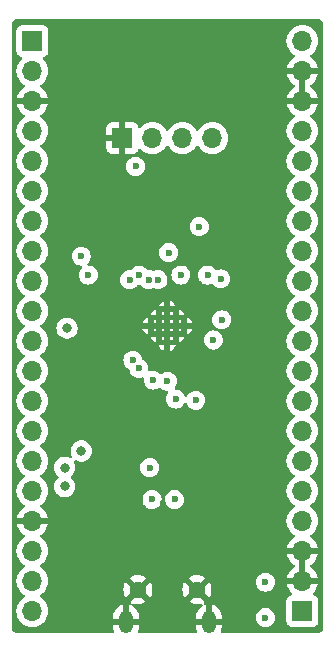
<source format=gbr>
%TF.GenerationSoftware,KiCad,Pcbnew,8.0.4*%
%TF.CreationDate,2025-08-17T23:08:21+02:00*%
%TF.ProjectId,stm32l432kcu6_eval,73746d33-326c-4343-9332-6b6375365f65,rev?*%
%TF.SameCoordinates,Original*%
%TF.FileFunction,Copper,L2,Inr*%
%TF.FilePolarity,Positive*%
%FSLAX46Y46*%
G04 Gerber Fmt 4.6, Leading zero omitted, Abs format (unit mm)*
G04 Created by KiCad (PCBNEW 8.0.4) date 2025-08-17 23:08:21*
%MOMM*%
%LPD*%
G01*
G04 APERTURE LIST*
%TA.AperFunction,ComponentPad*%
%ADD10O,1.200000X1.900000*%
%TD*%
%TA.AperFunction,ComponentPad*%
%ADD11C,1.450000*%
%TD*%
%TA.AperFunction,HeatsinkPad*%
%ADD12C,0.500000*%
%TD*%
%TA.AperFunction,ComponentPad*%
%ADD13R,1.700000X1.700000*%
%TD*%
%TA.AperFunction,ComponentPad*%
%ADD14O,1.700000X1.700000*%
%TD*%
%TA.AperFunction,ViaPad*%
%ADD15C,0.600000*%
%TD*%
%TA.AperFunction,ViaPad*%
%ADD16C,0.800000*%
%TD*%
G04 APERTURE END LIST*
D10*
%TO.N,GND*%
%TO.C,J1*%
X146500000Y-125037500D03*
D11*
X147500000Y-122337500D03*
X152500000Y-122337500D03*
D10*
X153500000Y-125037500D03*
%TD*%
D12*
%TO.N,GND*%
%TO.C,U3*%
X148585786Y-100000000D03*
X149292893Y-100707107D03*
X150000000Y-101414214D03*
X149292893Y-99292893D03*
X150000000Y-100000000D03*
X150707107Y-100707107D03*
X150000000Y-98585786D03*
X150707107Y-99292893D03*
X151414214Y-100000000D03*
%TD*%
D13*
%TO.N,GND*%
%TO.C,J4*%
X146190000Y-84100000D03*
D14*
%TO.N,/connectors_gpios_2_5_4/PA14*%
X148730000Y-84100000D03*
%TO.N,/connectors_gpios_2_5_4/PA13*%
X151270000Y-84100000D03*
%TO.N,+3V3*%
X153810000Y-84100000D03*
%TD*%
D13*
%TO.N,+3V3*%
%TO.C,J2*%
X138570000Y-75870000D03*
D14*
X138570000Y-78410000D03*
%TO.N,GND*%
X138570000Y-80950000D03*
%TO.N,/connectors_gpios_2_5_4/PA15*%
X138570000Y-83490000D03*
%TO.N,/connectors_gpios_2_5_4/PB3*%
X138570000Y-86030000D03*
%TO.N,/connectors_gpios_2_5_4/PB4*%
X138570000Y-88570000D03*
%TO.N,/connectors_gpios_2_5_4/PB5*%
X138570000Y-91110000D03*
%TO.N,/connectors_gpios_2_5_4/PB6*%
X138570000Y-93650000D03*
%TO.N,/connectors_gpios_2_5_4/PB7*%
X138570000Y-96190000D03*
%TO.N,/connectors_gpios_2_5_4/PH3(BOOT0)*%
X138570000Y-98730000D03*
%TO.N,/connectors_gpios_2_5_4/PC14(OSC_IN)*%
X138570000Y-101270000D03*
%TO.N,/connectors_gpios_2_5_4/PC15(OSC_OUT)*%
X138570000Y-103810000D03*
%TO.N,/connectors_gpios_2_5_4/NRST*%
X138570000Y-106350000D03*
%TO.N,/connectors_gpios_2_5_4/PA0*%
X138570000Y-108890000D03*
%TO.N,/connectors_gpios_2_5_4/PA1*%
X138570000Y-111430000D03*
%TO.N,/connectors_gpios_2_5_4/PA2*%
X138570000Y-113970000D03*
%TO.N,GND*%
X138570000Y-116510000D03*
%TO.N,+3V3*%
X138570000Y-119050000D03*
%TO.N,+5V_USB*%
X138570000Y-121590000D03*
X138570000Y-124130000D03*
%TD*%
D13*
%TO.N,+3V3*%
%TO.C,J3*%
X161430000Y-124130000D03*
D14*
%TO.N,GND*%
X161430000Y-121590000D03*
X161430000Y-119050000D03*
%TO.N,/connectors_gpios_2_5_4/PA3*%
X161430000Y-116510000D03*
%TO.N,/connectors_gpios_2_5_4/PA4*%
X161430000Y-113970000D03*
%TO.N,/connectors_gpios_2_5_4/PA5*%
X161430000Y-111430000D03*
%TO.N,/connectors_gpios_2_5_4/PA6*%
X161430000Y-108890000D03*
%TO.N,/connectors_gpios_2_5_4/PA7*%
X161430000Y-106350000D03*
%TO.N,/connectors_gpios_2_5_4/PB0*%
X161430000Y-103810000D03*
%TO.N,/connectors_gpios_2_5_4/PB1*%
X161430000Y-101270000D03*
%TO.N,/connectors_gpios_2_5_4/PA8*%
X161430000Y-98730000D03*
%TO.N,/connectors_gpios_2_5_4/PA9*%
X161430000Y-96190000D03*
%TO.N,/connectors_gpios_2_5_4/PA10*%
X161430000Y-93650000D03*
%TO.N,/connectors_gpios_2_5_4/PA11*%
X161430000Y-91110000D03*
%TO.N,/connectors_gpios_2_5_4/PA12*%
X161430000Y-88570000D03*
%TO.N,/connectors_gpios_2_5_4/PA13*%
X161430000Y-86030000D03*
%TO.N,/connectors_gpios_2_5_4/PA14*%
X161430000Y-83490000D03*
%TO.N,GND*%
X161430000Y-80950000D03*
X161430000Y-78410000D03*
%TO.N,+3V3*%
X161430000Y-75870000D03*
%TD*%
D15*
%TO.N,/connectors_gpios_2_5_4/PH3(BOOT0)*%
X143300000Y-95700000D03*
D16*
%TO.N,GND*%
X153000000Y-119400000D03*
D15*
X149650000Y-115100000D03*
X146304563Y-75141750D03*
X150800000Y-108500000D03*
X159004563Y-80221750D03*
X148844563Y-80221750D03*
X153900000Y-112300000D03*
X156464563Y-75141750D03*
D16*
X145900000Y-112000000D03*
D15*
X146304563Y-115781750D03*
X141224563Y-75141750D03*
X156600000Y-118000000D03*
X143764563Y-75141750D03*
X153924563Y-75141750D03*
X141224563Y-80221750D03*
X151384563Y-75141750D03*
X154500000Y-119481250D03*
X148844563Y-77681750D03*
X143764563Y-77681750D03*
X156464563Y-77681750D03*
X143400000Y-106100000D03*
X159004563Y-75141750D03*
X156464563Y-82761750D03*
X159004563Y-77681750D03*
D16*
X144600000Y-98600000D03*
X152000000Y-118700000D03*
D15*
X146304563Y-80221750D03*
X141224563Y-115781750D03*
X154400000Y-105200000D03*
X144300000Y-91700000D03*
X158500000Y-112600000D03*
X158700000Y-104900000D03*
X141224563Y-77681750D03*
X143764563Y-80221750D03*
X142700000Y-86474999D03*
X154800000Y-100512652D03*
X153924563Y-80221750D03*
X143764563Y-82761750D03*
D16*
X144500000Y-110600000D03*
D15*
X148844563Y-75141750D03*
X146304563Y-77681750D03*
X157400000Y-107900000D03*
X159004563Y-82761750D03*
X141224563Y-92921750D03*
X151384563Y-77681750D03*
X156464563Y-80221750D03*
X158200000Y-96000000D03*
X151384563Y-80221750D03*
X151800000Y-117000000D03*
X152600000Y-85900000D03*
X152700000Y-108000000D03*
D16*
X142100000Y-117600000D03*
D15*
X141224563Y-82761750D03*
X159000000Y-92700000D03*
X153924563Y-115781750D03*
X147300000Y-113000000D03*
X158300000Y-123300000D03*
X153924563Y-77681750D03*
X156464563Y-85301750D03*
D16*
X145900000Y-113600000D03*
D15*
X141500000Y-104400000D03*
X141300000Y-94500000D03*
X148900000Y-91800000D03*
D16*
%TO.N,+3V3*%
X141300000Y-112000000D03*
X141500000Y-100200000D03*
D15*
X148500000Y-112000000D03*
D16*
X142700000Y-110600000D03*
D15*
X147575000Y-103600000D03*
X154600000Y-99487348D03*
D16*
X141300000Y-113600000D03*
D15*
X158300000Y-121700000D03*
X147300000Y-86500000D03*
%TO.N,/connectors_gpios_2_5_4/PA14*%
X150100000Y-93800000D03*
%TO.N,/connectors_gpios_2_5_4/PA13*%
X151141542Y-95700000D03*
%TO.N,/connectors_gpios_2_5_4/PA15*%
X149200000Y-96100000D03*
%TO.N,/connectors_gpios_2_5_4/PA11*%
X154500000Y-96025000D03*
X148700001Y-114700001D03*
%TO.N,/connectors_gpios_2_5_4/PA4*%
X158300000Y-124700000D03*
%TO.N,/connectors_gpios_2_5_4/PA2*%
X150000000Y-104700000D03*
%TO.N,/connectors_gpios_2_5_4/PA12*%
X153400000Y-95700000D03*
X150600000Y-114700000D03*
%TO.N,/connectors_gpios_2_5_4/PA1*%
X150700000Y-106200000D03*
X152400000Y-106300000D03*
X148800000Y-104600000D03*
%TO.N,/connectors_gpios_2_5_4/NRST*%
X142700000Y-94100000D03*
X147075000Y-102900000D03*
%TO.N,/connectors_gpios_2_5_4/PB4*%
X147600000Y-95700000D03*
%TO.N,/connectors_gpios_2_5_4/PB1*%
X153900000Y-101200000D03*
X152700000Y-91600000D03*
%TO.N,/connectors_gpios_2_5_4/PB5*%
X146800000Y-96100000D03*
%TO.N,/connectors_gpios_2_5_4/PB3*%
X148399997Y-96100000D03*
%TD*%
%TA.AperFunction,Conductor*%
%TO.N,GND*%
G36*
X161680000Y-121156988D02*
G01*
X161622993Y-121124075D01*
X161495826Y-121090000D01*
X161364174Y-121090000D01*
X161237007Y-121124075D01*
X161180000Y-121156988D01*
X161180000Y-119483012D01*
X161237007Y-119515925D01*
X161364174Y-119550000D01*
X161495826Y-119550000D01*
X161622993Y-119515925D01*
X161680000Y-119483012D01*
X161680000Y-121156988D01*
G37*
%TD.AperFunction*%
%TA.AperFunction,Conductor*%
G36*
X161680000Y-80516988D02*
G01*
X161622993Y-80484075D01*
X161495826Y-80450000D01*
X161364174Y-80450000D01*
X161237007Y-80484075D01*
X161180000Y-80516988D01*
X161180000Y-78843012D01*
X161237007Y-78875925D01*
X161364174Y-78910000D01*
X161495826Y-78910000D01*
X161622993Y-78875925D01*
X161680000Y-78843012D01*
X161680000Y-80516988D01*
G37*
%TD.AperFunction*%
%TA.AperFunction,Conductor*%
G36*
X162706922Y-74001280D02*
G01*
X162797266Y-74011459D01*
X162824331Y-74017636D01*
X162903540Y-74045352D01*
X162928553Y-74057398D01*
X162999606Y-74102043D01*
X163021313Y-74119355D01*
X163080644Y-74178686D01*
X163097957Y-74200395D01*
X163142600Y-74271444D01*
X163154648Y-74296462D01*
X163182362Y-74375666D01*
X163188540Y-74402735D01*
X163198720Y-74493076D01*
X163199500Y-74506961D01*
X163199500Y-125493038D01*
X163198720Y-125506923D01*
X163188540Y-125597264D01*
X163182362Y-125624333D01*
X163154648Y-125703537D01*
X163142600Y-125728555D01*
X163097957Y-125799604D01*
X163080644Y-125821313D01*
X163021313Y-125880644D01*
X162999604Y-125897957D01*
X162928555Y-125942600D01*
X162903537Y-125954648D01*
X162824333Y-125982362D01*
X162797264Y-125988540D01*
X162717075Y-125997576D01*
X162706921Y-125998720D01*
X162693038Y-125999500D01*
X154625079Y-125999500D01*
X154558040Y-125979815D01*
X154512285Y-125927011D01*
X154502341Y-125857853D01*
X154514595Y-125819204D01*
X154519407Y-125809759D01*
X154572914Y-125645084D01*
X154600000Y-125474071D01*
X154600000Y-125287500D01*
X153800000Y-125287500D01*
X153800000Y-124787500D01*
X154600000Y-124787500D01*
X154600000Y-124699996D01*
X157494435Y-124699996D01*
X157494435Y-124700003D01*
X157514630Y-124879249D01*
X157514631Y-124879254D01*
X157574211Y-125049523D01*
X157648967Y-125168495D01*
X157670184Y-125202262D01*
X157797738Y-125329816D01*
X157810042Y-125337547D01*
X157947307Y-125423797D01*
X157950478Y-125425789D01*
X158062711Y-125465061D01*
X158120745Y-125485368D01*
X158120750Y-125485369D01*
X158299996Y-125505565D01*
X158300000Y-125505565D01*
X158300004Y-125505565D01*
X158479249Y-125485369D01*
X158479252Y-125485368D01*
X158479255Y-125485368D01*
X158649522Y-125425789D01*
X158802262Y-125329816D01*
X158929816Y-125202262D01*
X159025789Y-125049522D01*
X159085368Y-124879255D01*
X159093416Y-124807830D01*
X159105565Y-124700003D01*
X159105565Y-124699996D01*
X159085369Y-124520750D01*
X159085368Y-124520745D01*
X159045897Y-124407944D01*
X159025789Y-124350478D01*
X158929816Y-124197738D01*
X158802262Y-124070184D01*
X158649523Y-123974211D01*
X158479254Y-123914631D01*
X158479249Y-123914630D01*
X158300004Y-123894435D01*
X158299996Y-123894435D01*
X158120750Y-123914630D01*
X158120745Y-123914631D01*
X157950476Y-123974211D01*
X157797737Y-124070184D01*
X157670184Y-124197737D01*
X157574211Y-124350476D01*
X157514631Y-124520745D01*
X157514630Y-124520750D01*
X157494435Y-124699996D01*
X154600000Y-124699996D01*
X154600000Y-124600928D01*
X154572914Y-124429915D01*
X154519408Y-124265242D01*
X154440804Y-124110975D01*
X154339032Y-123970897D01*
X154216602Y-123848467D01*
X154076524Y-123746695D01*
X153922257Y-123668091D01*
X153757589Y-123614587D01*
X153757581Y-123614585D01*
X153750000Y-123613384D01*
X153750000Y-124520511D01*
X153740060Y-124503295D01*
X153684205Y-124447440D01*
X153615796Y-124407944D01*
X153539496Y-124387500D01*
X153460504Y-124387500D01*
X153384204Y-124407944D01*
X153315795Y-124447440D01*
X153259940Y-124503295D01*
X153250000Y-124520511D01*
X153250000Y-123613384D01*
X153249999Y-123613384D01*
X153242418Y-123614585D01*
X153242407Y-123614588D01*
X153228169Y-123619214D01*
X153158328Y-123621206D01*
X153098497Y-123585123D01*
X153067671Y-123522421D01*
X153075639Y-123453007D01*
X153118733Y-123399706D01*
X153171621Y-123362673D01*
X152568173Y-122759225D01*
X152664044Y-122733537D01*
X152760956Y-122677584D01*
X152840084Y-122598456D01*
X152896037Y-122501544D01*
X152921725Y-122405672D01*
X153525173Y-123009121D01*
X153564933Y-122952339D01*
X153655518Y-122758076D01*
X153655522Y-122758067D01*
X153710995Y-122551037D01*
X153710997Y-122551027D01*
X153729679Y-122337500D01*
X153729679Y-122337499D01*
X153710997Y-122123972D01*
X153710995Y-122123962D01*
X153655522Y-121916932D01*
X153655518Y-121916923D01*
X153564933Y-121722662D01*
X153549062Y-121699996D01*
X157494435Y-121699996D01*
X157494435Y-121700003D01*
X157514630Y-121879249D01*
X157514631Y-121879254D01*
X157574211Y-122049523D01*
X157620991Y-122123972D01*
X157670184Y-122202262D01*
X157797738Y-122329816D01*
X157950478Y-122425789D01*
X158052254Y-122461402D01*
X158120745Y-122485368D01*
X158120750Y-122485369D01*
X158299996Y-122505565D01*
X158300000Y-122505565D01*
X158300004Y-122505565D01*
X158479249Y-122485369D01*
X158479252Y-122485368D01*
X158479255Y-122485368D01*
X158649522Y-122425789D01*
X158802262Y-122329816D01*
X158929816Y-122202262D01*
X159025789Y-122049522D01*
X159085368Y-121879255D01*
X159089791Y-121840000D01*
X159105565Y-121700003D01*
X159105565Y-121699996D01*
X159085369Y-121520750D01*
X159085368Y-121520745D01*
X159027230Y-121354596D01*
X159025789Y-121350478D01*
X159001816Y-121312326D01*
X158929815Y-121197737D01*
X158802262Y-121070184D01*
X158649523Y-120974211D01*
X158479254Y-120914631D01*
X158479249Y-120914630D01*
X158300004Y-120894435D01*
X158299996Y-120894435D01*
X158120750Y-120914630D01*
X158120745Y-120914631D01*
X157950476Y-120974211D01*
X157797737Y-121070184D01*
X157670184Y-121197737D01*
X157574211Y-121350476D01*
X157514631Y-121520745D01*
X157514630Y-121520750D01*
X157494435Y-121699996D01*
X153549062Y-121699996D01*
X153525172Y-121665879D01*
X152921725Y-122269326D01*
X152896037Y-122173456D01*
X152840084Y-122076544D01*
X152760956Y-121997416D01*
X152664044Y-121941463D01*
X152568173Y-121915774D01*
X153171621Y-121312326D01*
X153171620Y-121312325D01*
X153114840Y-121272567D01*
X153114838Y-121272566D01*
X152920576Y-121181981D01*
X152920567Y-121181977D01*
X152713537Y-121126504D01*
X152713527Y-121126502D01*
X152500001Y-121107821D01*
X152499999Y-121107821D01*
X152286472Y-121126502D01*
X152286462Y-121126504D01*
X152079432Y-121181977D01*
X152079423Y-121181981D01*
X151885162Y-121272566D01*
X151828378Y-121312326D01*
X152431827Y-121915774D01*
X152335956Y-121941463D01*
X152239044Y-121997416D01*
X152159916Y-122076544D01*
X152103963Y-122173456D01*
X152078274Y-122269326D01*
X151474826Y-121665878D01*
X151435066Y-121722662D01*
X151344481Y-121916923D01*
X151344477Y-121916932D01*
X151289004Y-122123962D01*
X151289002Y-122123972D01*
X151270321Y-122337499D01*
X151270321Y-122337500D01*
X151289002Y-122551027D01*
X151289004Y-122551037D01*
X151344477Y-122758067D01*
X151344481Y-122758076D01*
X151435066Y-122952338D01*
X151435067Y-122952340D01*
X151474825Y-123009120D01*
X151474826Y-123009121D01*
X152078274Y-122405672D01*
X152103963Y-122501544D01*
X152159916Y-122598456D01*
X152239044Y-122677584D01*
X152335956Y-122733537D01*
X152431827Y-122759225D01*
X151828377Y-123362673D01*
X151885161Y-123402433D01*
X152079423Y-123493018D01*
X152079432Y-123493022D01*
X152286462Y-123548495D01*
X152286472Y-123548497D01*
X152499999Y-123567179D01*
X152500001Y-123567179D01*
X152713527Y-123548497D01*
X152713533Y-123548496D01*
X152837195Y-123515361D01*
X152907045Y-123517024D01*
X152964908Y-123556186D01*
X152992412Y-123620415D01*
X152980826Y-123689317D01*
X152933827Y-123741017D01*
X152925591Y-123745617D01*
X152923479Y-123746693D01*
X152783397Y-123848467D01*
X152660967Y-123970897D01*
X152559195Y-124110975D01*
X152480591Y-124265242D01*
X152427085Y-124429915D01*
X152400000Y-124600928D01*
X152400000Y-124787500D01*
X153200000Y-124787500D01*
X153200000Y-125287500D01*
X152400000Y-125287500D01*
X152400000Y-125474071D01*
X152427085Y-125645084D01*
X152480592Y-125809759D01*
X152485405Y-125819204D01*
X152498302Y-125887874D01*
X152472026Y-125952614D01*
X152414920Y-125992872D01*
X152374921Y-125999500D01*
X147625079Y-125999500D01*
X147558040Y-125979815D01*
X147512285Y-125927011D01*
X147502341Y-125857853D01*
X147514595Y-125819204D01*
X147519407Y-125809759D01*
X147572914Y-125645084D01*
X147600000Y-125474071D01*
X147600000Y-125287500D01*
X146800000Y-125287500D01*
X146800000Y-124787500D01*
X147600000Y-124787500D01*
X147600000Y-124600928D01*
X147572914Y-124429915D01*
X147519408Y-124265242D01*
X147440804Y-124110975D01*
X147339032Y-123970897D01*
X147216602Y-123848467D01*
X147076522Y-123746694D01*
X147074414Y-123745620D01*
X147073755Y-123744998D01*
X147072373Y-123744151D01*
X147072551Y-123743860D01*
X147023619Y-123697646D01*
X147006824Y-123629825D01*
X147029362Y-123563690D01*
X147084077Y-123520239D01*
X147153598Y-123513267D01*
X147162804Y-123515361D01*
X147286465Y-123548496D01*
X147286472Y-123548497D01*
X147499999Y-123567179D01*
X147500001Y-123567179D01*
X147713527Y-123548497D01*
X147713537Y-123548495D01*
X147920567Y-123493022D01*
X147920576Y-123493018D01*
X148114839Y-123402433D01*
X148171621Y-123362673D01*
X147568173Y-122759225D01*
X147664044Y-122733537D01*
X147760956Y-122677584D01*
X147840084Y-122598456D01*
X147896037Y-122501544D01*
X147921725Y-122405672D01*
X148525173Y-123009121D01*
X148564933Y-122952339D01*
X148655518Y-122758076D01*
X148655522Y-122758067D01*
X148710995Y-122551037D01*
X148710997Y-122551027D01*
X148729679Y-122337500D01*
X148729679Y-122337499D01*
X148710997Y-122123972D01*
X148710995Y-122123962D01*
X148655522Y-121916932D01*
X148655518Y-121916923D01*
X148564933Y-121722662D01*
X148525172Y-121665879D01*
X147921725Y-122269326D01*
X147896037Y-122173456D01*
X147840084Y-122076544D01*
X147760956Y-121997416D01*
X147664044Y-121941463D01*
X147568173Y-121915774D01*
X148171621Y-121312326D01*
X148171620Y-121312325D01*
X148114840Y-121272567D01*
X148114838Y-121272566D01*
X147920576Y-121181981D01*
X147920567Y-121181977D01*
X147713537Y-121126504D01*
X147713527Y-121126502D01*
X147500001Y-121107821D01*
X147499999Y-121107821D01*
X147286472Y-121126502D01*
X147286462Y-121126504D01*
X147079432Y-121181977D01*
X147079423Y-121181981D01*
X146885162Y-121272566D01*
X146828378Y-121312326D01*
X147431827Y-121915774D01*
X147335956Y-121941463D01*
X147239044Y-121997416D01*
X147159916Y-122076544D01*
X147103963Y-122173456D01*
X147078274Y-122269326D01*
X146474826Y-121665878D01*
X146435066Y-121722662D01*
X146344481Y-121916923D01*
X146344477Y-121916932D01*
X146289004Y-122123962D01*
X146289002Y-122123972D01*
X146270321Y-122337499D01*
X146270321Y-122337500D01*
X146289002Y-122551027D01*
X146289004Y-122551037D01*
X146344477Y-122758067D01*
X146344481Y-122758076D01*
X146435066Y-122952338D01*
X146435067Y-122952340D01*
X146474825Y-123009120D01*
X146474826Y-123009121D01*
X147078274Y-122405672D01*
X147103963Y-122501544D01*
X147159916Y-122598456D01*
X147239044Y-122677584D01*
X147335956Y-122733537D01*
X147431827Y-122759225D01*
X146828377Y-123362673D01*
X146828377Y-123362674D01*
X146881267Y-123399707D01*
X146924892Y-123454283D01*
X146932086Y-123523781D01*
X146900564Y-123586136D01*
X146840334Y-123621551D01*
X146771825Y-123619213D01*
X146757589Y-123614587D01*
X146757581Y-123614585D01*
X146750000Y-123613384D01*
X146750000Y-124520511D01*
X146740060Y-124503295D01*
X146684205Y-124447440D01*
X146615796Y-124407944D01*
X146539496Y-124387500D01*
X146460504Y-124387500D01*
X146384204Y-124407944D01*
X146315795Y-124447440D01*
X146259940Y-124503295D01*
X146250000Y-124520511D01*
X146250000Y-123613384D01*
X146249999Y-123613384D01*
X146242418Y-123614585D01*
X146242410Y-123614587D01*
X146077742Y-123668091D01*
X145923475Y-123746695D01*
X145783397Y-123848467D01*
X145660967Y-123970897D01*
X145559195Y-124110975D01*
X145480591Y-124265242D01*
X145427085Y-124429915D01*
X145400000Y-124600928D01*
X145400000Y-124787500D01*
X146200000Y-124787500D01*
X146200000Y-125287500D01*
X145400000Y-125287500D01*
X145400000Y-125474071D01*
X145427085Y-125645084D01*
X145480592Y-125809759D01*
X145485405Y-125819204D01*
X145498302Y-125887874D01*
X145472026Y-125952614D01*
X145414920Y-125992872D01*
X145374921Y-125999500D01*
X137306962Y-125999500D01*
X137293078Y-125998720D01*
X137280553Y-125997308D01*
X137202735Y-125988540D01*
X137175666Y-125982362D01*
X137096462Y-125954648D01*
X137071444Y-125942600D01*
X137000395Y-125897957D01*
X136978686Y-125880644D01*
X136919355Y-125821313D01*
X136902042Y-125799604D01*
X136857399Y-125728555D01*
X136845351Y-125703537D01*
X136817637Y-125624333D01*
X136811459Y-125597263D01*
X136808579Y-125571705D01*
X136801280Y-125506922D01*
X136800500Y-125493038D01*
X136800500Y-78409999D01*
X137214341Y-78409999D01*
X137214341Y-78410000D01*
X137234936Y-78645403D01*
X137234938Y-78645413D01*
X137296094Y-78873655D01*
X137296096Y-78873659D01*
X137296097Y-78873663D01*
X137395847Y-79087578D01*
X137395965Y-79087830D01*
X137395967Y-79087834D01*
X137531501Y-79281395D01*
X137531506Y-79281402D01*
X137698597Y-79448493D01*
X137698603Y-79448498D01*
X137884594Y-79578730D01*
X137928219Y-79633307D01*
X137935413Y-79702805D01*
X137903890Y-79765160D01*
X137884595Y-79781880D01*
X137698922Y-79911890D01*
X137698920Y-79911891D01*
X137531891Y-80078920D01*
X137531886Y-80078926D01*
X137396400Y-80272420D01*
X137396399Y-80272422D01*
X137296570Y-80486507D01*
X137296567Y-80486513D01*
X137239364Y-80699999D01*
X137239364Y-80700000D01*
X138136988Y-80700000D01*
X138104075Y-80757007D01*
X138070000Y-80884174D01*
X138070000Y-81015826D01*
X138104075Y-81142993D01*
X138136988Y-81200000D01*
X137239364Y-81200000D01*
X137296567Y-81413486D01*
X137296570Y-81413492D01*
X137396399Y-81627578D01*
X137531894Y-81821082D01*
X137698917Y-81988105D01*
X137884595Y-82118119D01*
X137928219Y-82172696D01*
X137935412Y-82242195D01*
X137903890Y-82304549D01*
X137884595Y-82321269D01*
X137698594Y-82451508D01*
X137531505Y-82618597D01*
X137395965Y-82812169D01*
X137395964Y-82812171D01*
X137296098Y-83026335D01*
X137296094Y-83026344D01*
X137234938Y-83254586D01*
X137234936Y-83254596D01*
X137214341Y-83489999D01*
X137214341Y-83490000D01*
X137234936Y-83725403D01*
X137234938Y-83725413D01*
X137296094Y-83953655D01*
X137296096Y-83953659D01*
X137296097Y-83953663D01*
X137333640Y-84034174D01*
X137395965Y-84167830D01*
X137395967Y-84167834D01*
X137483605Y-84292993D01*
X137513304Y-84335408D01*
X137531501Y-84361395D01*
X137531506Y-84361402D01*
X137698597Y-84528493D01*
X137698603Y-84528498D01*
X137884158Y-84658425D01*
X137927783Y-84713002D01*
X137934977Y-84782500D01*
X137903454Y-84844855D01*
X137884158Y-84861575D01*
X137698597Y-84991505D01*
X137531505Y-85158597D01*
X137395965Y-85352169D01*
X137395964Y-85352171D01*
X137296098Y-85566335D01*
X137296094Y-85566344D01*
X137234938Y-85794586D01*
X137234936Y-85794596D01*
X137214341Y-86029999D01*
X137214341Y-86030000D01*
X137234936Y-86265403D01*
X137234938Y-86265413D01*
X137296094Y-86493655D01*
X137296096Y-86493659D01*
X137296097Y-86493663D01*
X137382637Y-86679249D01*
X137395965Y-86707830D01*
X137395967Y-86707834D01*
X137531501Y-86901395D01*
X137531506Y-86901402D01*
X137698597Y-87068493D01*
X137698603Y-87068498D01*
X137884158Y-87198425D01*
X137927783Y-87253002D01*
X137934977Y-87322500D01*
X137903454Y-87384855D01*
X137884158Y-87401575D01*
X137698597Y-87531505D01*
X137531505Y-87698597D01*
X137395965Y-87892169D01*
X137395964Y-87892171D01*
X137296098Y-88106335D01*
X137296094Y-88106344D01*
X137234938Y-88334586D01*
X137234936Y-88334596D01*
X137214341Y-88569999D01*
X137214341Y-88570000D01*
X137234936Y-88805403D01*
X137234938Y-88805413D01*
X137296094Y-89033655D01*
X137296096Y-89033659D01*
X137296097Y-89033663D01*
X137395965Y-89247830D01*
X137395967Y-89247834D01*
X137531501Y-89441395D01*
X137531506Y-89441402D01*
X137698597Y-89608493D01*
X137698603Y-89608498D01*
X137884158Y-89738425D01*
X137927783Y-89793002D01*
X137934977Y-89862500D01*
X137903454Y-89924855D01*
X137884158Y-89941575D01*
X137698597Y-90071505D01*
X137531505Y-90238597D01*
X137395965Y-90432169D01*
X137395964Y-90432171D01*
X137296098Y-90646335D01*
X137296094Y-90646344D01*
X137234938Y-90874586D01*
X137234936Y-90874596D01*
X137214341Y-91109999D01*
X137214341Y-91110000D01*
X137234936Y-91345403D01*
X137234938Y-91345413D01*
X137296094Y-91573655D01*
X137296096Y-91573659D01*
X137296097Y-91573663D01*
X137308380Y-91600003D01*
X137395965Y-91787830D01*
X137395967Y-91787834D01*
X137531501Y-91981395D01*
X137531506Y-91981402D01*
X137698597Y-92148493D01*
X137698603Y-92148498D01*
X137884158Y-92278425D01*
X137927783Y-92333002D01*
X137934977Y-92402500D01*
X137903454Y-92464855D01*
X137884158Y-92481575D01*
X137698597Y-92611505D01*
X137531505Y-92778597D01*
X137395965Y-92972169D01*
X137395964Y-92972171D01*
X137296098Y-93186335D01*
X137296094Y-93186344D01*
X137234938Y-93414586D01*
X137234936Y-93414596D01*
X137214341Y-93649999D01*
X137214341Y-93650000D01*
X137234936Y-93885403D01*
X137234938Y-93885413D01*
X137296094Y-94113655D01*
X137296096Y-94113659D01*
X137296097Y-94113663D01*
X137312819Y-94149523D01*
X137395965Y-94327830D01*
X137395967Y-94327834D01*
X137531501Y-94521395D01*
X137531506Y-94521402D01*
X137698597Y-94688493D01*
X137698603Y-94688498D01*
X137884158Y-94818425D01*
X137927783Y-94873002D01*
X137934977Y-94942500D01*
X137903454Y-95004855D01*
X137884158Y-95021575D01*
X137698597Y-95151505D01*
X137531505Y-95318597D01*
X137395965Y-95512169D01*
X137395964Y-95512171D01*
X137296098Y-95726335D01*
X137296094Y-95726344D01*
X137234938Y-95954586D01*
X137234936Y-95954596D01*
X137214341Y-96189999D01*
X137214341Y-96190000D01*
X137234936Y-96425403D01*
X137234938Y-96425413D01*
X137296094Y-96653655D01*
X137296096Y-96653659D01*
X137296097Y-96653663D01*
X137376361Y-96825789D01*
X137395965Y-96867830D01*
X137395967Y-96867834D01*
X137531501Y-97061395D01*
X137531506Y-97061402D01*
X137698597Y-97228493D01*
X137698603Y-97228498D01*
X137884158Y-97358425D01*
X137927783Y-97413002D01*
X137934977Y-97482500D01*
X137903454Y-97544855D01*
X137884158Y-97561575D01*
X137698597Y-97691505D01*
X137531505Y-97858597D01*
X137395965Y-98052169D01*
X137395964Y-98052171D01*
X137296098Y-98266335D01*
X137296094Y-98266344D01*
X137234938Y-98494586D01*
X137234936Y-98494596D01*
X137214341Y-98729999D01*
X137214341Y-98730000D01*
X137234936Y-98965403D01*
X137234938Y-98965413D01*
X137296094Y-99193655D01*
X137296096Y-99193659D01*
X137296097Y-99193663D01*
X137363802Y-99338856D01*
X137395965Y-99407830D01*
X137395967Y-99407834D01*
X137531501Y-99601395D01*
X137531506Y-99601402D01*
X137698597Y-99768493D01*
X137698603Y-99768498D01*
X137884158Y-99898425D01*
X137927783Y-99953002D01*
X137934977Y-100022500D01*
X137903454Y-100084855D01*
X137884158Y-100101575D01*
X137698597Y-100231505D01*
X137531505Y-100398597D01*
X137395965Y-100592169D01*
X137395964Y-100592171D01*
X137296098Y-100806335D01*
X137296094Y-100806344D01*
X137234938Y-101034586D01*
X137234936Y-101034596D01*
X137214341Y-101269999D01*
X137214341Y-101270000D01*
X137234936Y-101505403D01*
X137234938Y-101505413D01*
X137296094Y-101733655D01*
X137296096Y-101733659D01*
X137296097Y-101733663D01*
X137385687Y-101925788D01*
X137395965Y-101947830D01*
X137395967Y-101947834D01*
X137531501Y-102141395D01*
X137531506Y-102141402D01*
X137698597Y-102308493D01*
X137698603Y-102308498D01*
X137884158Y-102438425D01*
X137927783Y-102493002D01*
X137934977Y-102562500D01*
X137903454Y-102624855D01*
X137884158Y-102641575D01*
X137698597Y-102771505D01*
X137531505Y-102938597D01*
X137395965Y-103132169D01*
X137395964Y-103132171D01*
X137296098Y-103346335D01*
X137296094Y-103346344D01*
X137234938Y-103574586D01*
X137234936Y-103574596D01*
X137214341Y-103809999D01*
X137214341Y-103810000D01*
X137234936Y-104045403D01*
X137234938Y-104045413D01*
X137296094Y-104273655D01*
X137296096Y-104273659D01*
X137296097Y-104273663D01*
X137394725Y-104485170D01*
X137395965Y-104487830D01*
X137395967Y-104487834D01*
X137531501Y-104681395D01*
X137531506Y-104681402D01*
X137698597Y-104848493D01*
X137698603Y-104848498D01*
X137884158Y-104978425D01*
X137927783Y-105033002D01*
X137934977Y-105102500D01*
X137903454Y-105164855D01*
X137884158Y-105181575D01*
X137698597Y-105311505D01*
X137531505Y-105478597D01*
X137395965Y-105672169D01*
X137395964Y-105672171D01*
X137296098Y-105886335D01*
X137296094Y-105886344D01*
X137234938Y-106114586D01*
X137234936Y-106114596D01*
X137214341Y-106349999D01*
X137214341Y-106350000D01*
X137234936Y-106585403D01*
X137234938Y-106585413D01*
X137296094Y-106813655D01*
X137296096Y-106813659D01*
X137296097Y-106813663D01*
X137350260Y-106929815D01*
X137395965Y-107027830D01*
X137395967Y-107027834D01*
X137531501Y-107221395D01*
X137531506Y-107221402D01*
X137698597Y-107388493D01*
X137698603Y-107388498D01*
X137884158Y-107518425D01*
X137927783Y-107573002D01*
X137934977Y-107642500D01*
X137903454Y-107704855D01*
X137884158Y-107721575D01*
X137698597Y-107851505D01*
X137531505Y-108018597D01*
X137395965Y-108212169D01*
X137395964Y-108212171D01*
X137296098Y-108426335D01*
X137296094Y-108426344D01*
X137234938Y-108654586D01*
X137234936Y-108654596D01*
X137214341Y-108889999D01*
X137214341Y-108890000D01*
X137234936Y-109125403D01*
X137234938Y-109125413D01*
X137296094Y-109353655D01*
X137296096Y-109353659D01*
X137296097Y-109353663D01*
X137395965Y-109567830D01*
X137395967Y-109567834D01*
X137531501Y-109761395D01*
X137531506Y-109761402D01*
X137698597Y-109928493D01*
X137698603Y-109928498D01*
X137884158Y-110058425D01*
X137927783Y-110113002D01*
X137934977Y-110182500D01*
X137903454Y-110244855D01*
X137884158Y-110261575D01*
X137698597Y-110391505D01*
X137531505Y-110558597D01*
X137395965Y-110752169D01*
X137395964Y-110752171D01*
X137296098Y-110966335D01*
X137296094Y-110966344D01*
X137234938Y-111194586D01*
X137234936Y-111194596D01*
X137214341Y-111429999D01*
X137214341Y-111430000D01*
X137234936Y-111665403D01*
X137234938Y-111665413D01*
X137296094Y-111893655D01*
X137296096Y-111893659D01*
X137296097Y-111893663D01*
X137395965Y-112107830D01*
X137395967Y-112107834D01*
X137531501Y-112301395D01*
X137531506Y-112301402D01*
X137698597Y-112468493D01*
X137698603Y-112468498D01*
X137884158Y-112598425D01*
X137927783Y-112653002D01*
X137934977Y-112722500D01*
X137903454Y-112784855D01*
X137884158Y-112801575D01*
X137698597Y-112931505D01*
X137531505Y-113098597D01*
X137395965Y-113292169D01*
X137395964Y-113292171D01*
X137296098Y-113506335D01*
X137296094Y-113506344D01*
X137234938Y-113734586D01*
X137234936Y-113734596D01*
X137214341Y-113969999D01*
X137214341Y-113970000D01*
X137234936Y-114205403D01*
X137234938Y-114205413D01*
X137296094Y-114433655D01*
X137296096Y-114433659D01*
X137296097Y-114433663D01*
X137336707Y-114520751D01*
X137395965Y-114647830D01*
X137395967Y-114647834D01*
X137531501Y-114841395D01*
X137531506Y-114841402D01*
X137698597Y-115008493D01*
X137698603Y-115008498D01*
X137884594Y-115138730D01*
X137928219Y-115193307D01*
X137935413Y-115262805D01*
X137903890Y-115325160D01*
X137884595Y-115341880D01*
X137698922Y-115471890D01*
X137698920Y-115471891D01*
X137531891Y-115638920D01*
X137531886Y-115638926D01*
X137396400Y-115832420D01*
X137396399Y-115832422D01*
X137296570Y-116046507D01*
X137296567Y-116046513D01*
X137239364Y-116259999D01*
X137239364Y-116260000D01*
X138136988Y-116260000D01*
X138104075Y-116317007D01*
X138070000Y-116444174D01*
X138070000Y-116575826D01*
X138104075Y-116702993D01*
X138136988Y-116760000D01*
X137239364Y-116760000D01*
X137296567Y-116973486D01*
X137296570Y-116973492D01*
X137396399Y-117187578D01*
X137531894Y-117381082D01*
X137698917Y-117548105D01*
X137884595Y-117678119D01*
X137928219Y-117732696D01*
X137935412Y-117802195D01*
X137903890Y-117864549D01*
X137884595Y-117881269D01*
X137698594Y-118011508D01*
X137531505Y-118178597D01*
X137395965Y-118372169D01*
X137395964Y-118372171D01*
X137296098Y-118586335D01*
X137296094Y-118586344D01*
X137234938Y-118814586D01*
X137234936Y-118814596D01*
X137214341Y-119049999D01*
X137214341Y-119050000D01*
X137234936Y-119285403D01*
X137234938Y-119285413D01*
X137296094Y-119513655D01*
X137296096Y-119513659D01*
X137296097Y-119513663D01*
X137395847Y-119727578D01*
X137395965Y-119727830D01*
X137395967Y-119727834D01*
X137531501Y-119921395D01*
X137531506Y-119921402D01*
X137698597Y-120088493D01*
X137698603Y-120088498D01*
X137884158Y-120218425D01*
X137927783Y-120273002D01*
X137934977Y-120342500D01*
X137903454Y-120404855D01*
X137884158Y-120421575D01*
X137698597Y-120551505D01*
X137531505Y-120718597D01*
X137395965Y-120912169D01*
X137395964Y-120912171D01*
X137296098Y-121126335D01*
X137296094Y-121126344D01*
X137234938Y-121354586D01*
X137234936Y-121354596D01*
X137214341Y-121589999D01*
X137214341Y-121590000D01*
X137234936Y-121825403D01*
X137234938Y-121825413D01*
X137296094Y-122053655D01*
X137296096Y-122053659D01*
X137296097Y-122053663D01*
X137328878Y-122123962D01*
X137395965Y-122267830D01*
X137395967Y-122267834D01*
X137504281Y-122422521D01*
X137506568Y-122425788D01*
X137531501Y-122461395D01*
X137531506Y-122461402D01*
X137698597Y-122628493D01*
X137698603Y-122628498D01*
X137884158Y-122758425D01*
X137927783Y-122813002D01*
X137934977Y-122882500D01*
X137903454Y-122944855D01*
X137884158Y-122961575D01*
X137698597Y-123091505D01*
X137531505Y-123258597D01*
X137395965Y-123452169D01*
X137395964Y-123452171D01*
X137296098Y-123666335D01*
X137296094Y-123666344D01*
X137234938Y-123894586D01*
X137234936Y-123894596D01*
X137214341Y-124129999D01*
X137214341Y-124130000D01*
X137234936Y-124365403D01*
X137234938Y-124365413D01*
X137296094Y-124593655D01*
X137296096Y-124593659D01*
X137296097Y-124593663D01*
X137386485Y-124787500D01*
X137395965Y-124807830D01*
X137395967Y-124807834D01*
X137445977Y-124879255D01*
X137531505Y-125001401D01*
X137698599Y-125168495D01*
X137795384Y-125236265D01*
X137892165Y-125304032D01*
X137892167Y-125304033D01*
X137892170Y-125304035D01*
X138106337Y-125403903D01*
X138334592Y-125465063D01*
X138511034Y-125480500D01*
X138569999Y-125485659D01*
X138570000Y-125485659D01*
X138570001Y-125485659D01*
X138628966Y-125480500D01*
X138805408Y-125465063D01*
X139033663Y-125403903D01*
X139247830Y-125304035D01*
X139441401Y-125168495D01*
X139608495Y-125001401D01*
X139744035Y-124807830D01*
X139843903Y-124593663D01*
X139905063Y-124365408D01*
X139925659Y-124130000D01*
X139923994Y-124110975D01*
X139905063Y-123894596D01*
X139905063Y-123894592D01*
X139843903Y-123666337D01*
X139744035Y-123452171D01*
X139709209Y-123402433D01*
X139608494Y-123258597D01*
X139441402Y-123091506D01*
X139441396Y-123091501D01*
X139255842Y-122961575D01*
X139212217Y-122906998D01*
X139205023Y-122837500D01*
X139236546Y-122775145D01*
X139255842Y-122758425D01*
X139291386Y-122733537D01*
X139441401Y-122628495D01*
X139608495Y-122461401D01*
X139744035Y-122267830D01*
X139843903Y-122053663D01*
X139905063Y-121825408D01*
X139925659Y-121590000D01*
X139905063Y-121354592D01*
X139843903Y-121126337D01*
X139744035Y-120912171D01*
X139731617Y-120894435D01*
X139608494Y-120718597D01*
X139441402Y-120551506D01*
X139441396Y-120551501D01*
X139255842Y-120421575D01*
X139212217Y-120366998D01*
X139205023Y-120297500D01*
X139236546Y-120235145D01*
X139255842Y-120218425D01*
X139278026Y-120202891D01*
X139441401Y-120088495D01*
X139608495Y-119921401D01*
X139744035Y-119727830D01*
X139843903Y-119513663D01*
X139905063Y-119285408D01*
X139925659Y-119050000D01*
X139905063Y-118814592D01*
X139843903Y-118586337D01*
X139744035Y-118372171D01*
X139608495Y-118178599D01*
X139608494Y-118178597D01*
X139441402Y-118011506D01*
X139441401Y-118011505D01*
X139273844Y-117894180D01*
X139255405Y-117881269D01*
X139211781Y-117826692D01*
X139204588Y-117757193D01*
X139236110Y-117694839D01*
X139255405Y-117678119D01*
X139441082Y-117548105D01*
X139608105Y-117381082D01*
X139743600Y-117187578D01*
X139843429Y-116973492D01*
X139843432Y-116973486D01*
X139900636Y-116760000D01*
X139003012Y-116760000D01*
X139035925Y-116702993D01*
X139070000Y-116575826D01*
X139070000Y-116444174D01*
X139035925Y-116317007D01*
X139003012Y-116260000D01*
X139900636Y-116260000D01*
X139900635Y-116259999D01*
X139843432Y-116046513D01*
X139843429Y-116046507D01*
X139743600Y-115832422D01*
X139743599Y-115832420D01*
X139608113Y-115638926D01*
X139608108Y-115638920D01*
X139441078Y-115471890D01*
X139255405Y-115341879D01*
X139211780Y-115287302D01*
X139204588Y-115217804D01*
X139236110Y-115155449D01*
X139255406Y-115138730D01*
X139255842Y-115138425D01*
X139441401Y-115008495D01*
X139608495Y-114841401D01*
X139707507Y-114699997D01*
X147894436Y-114699997D01*
X147894436Y-114700004D01*
X147914631Y-114879250D01*
X147914632Y-114879255D01*
X147974212Y-115049524D01*
X148033598Y-115144035D01*
X148070185Y-115202263D01*
X148197739Y-115329817D01*
X148288081Y-115386583D01*
X148350475Y-115425788D01*
X148350479Y-115425790D01*
X148481114Y-115471501D01*
X148520746Y-115485369D01*
X148520751Y-115485370D01*
X148699997Y-115505566D01*
X148700001Y-115505566D01*
X148700005Y-115505566D01*
X148879250Y-115485370D01*
X148879253Y-115485369D01*
X148879256Y-115485369D01*
X149049523Y-115425790D01*
X149202263Y-115329817D01*
X149329817Y-115202263D01*
X149425790Y-115049523D01*
X149485369Y-114879256D01*
X149489634Y-114841402D01*
X149505566Y-114700004D01*
X149505566Y-114699997D01*
X149505566Y-114699996D01*
X149794435Y-114699996D01*
X149794435Y-114700003D01*
X149814630Y-114879249D01*
X149814631Y-114879254D01*
X149874211Y-115049523D01*
X149940578Y-115155145D01*
X149970184Y-115202262D01*
X150097738Y-115329816D01*
X150250478Y-115425789D01*
X150381127Y-115471505D01*
X150420745Y-115485368D01*
X150420750Y-115485369D01*
X150599996Y-115505565D01*
X150600000Y-115505565D01*
X150600004Y-115505565D01*
X150779249Y-115485369D01*
X150779252Y-115485368D01*
X150779255Y-115485368D01*
X150949522Y-115425789D01*
X151102262Y-115329816D01*
X151229816Y-115202262D01*
X151325789Y-115049522D01*
X151385368Y-114879255D01*
X151405565Y-114700000D01*
X151399687Y-114647834D01*
X151385369Y-114520750D01*
X151385368Y-114520745D01*
X151354894Y-114433655D01*
X151325789Y-114350478D01*
X151229816Y-114197738D01*
X151102262Y-114070184D01*
X150949523Y-113974211D01*
X150779254Y-113914631D01*
X150779249Y-113914630D01*
X150600004Y-113894435D01*
X150599996Y-113894435D01*
X150420750Y-113914630D01*
X150420745Y-113914631D01*
X150250476Y-113974211D01*
X150097737Y-114070184D01*
X149970184Y-114197737D01*
X149874211Y-114350476D01*
X149814631Y-114520745D01*
X149814630Y-114520750D01*
X149794435Y-114699996D01*
X149505566Y-114699996D01*
X149485370Y-114520751D01*
X149485369Y-114520746D01*
X149454897Y-114433663D01*
X149425790Y-114350479D01*
X149329817Y-114197739D01*
X149202263Y-114070185D01*
X149202261Y-114070184D01*
X149049524Y-113974212D01*
X148879255Y-113914632D01*
X148879250Y-113914631D01*
X148700005Y-113894436D01*
X148699997Y-113894436D01*
X148520751Y-113914631D01*
X148520746Y-113914632D01*
X148350477Y-113974212D01*
X148197738Y-114070185D01*
X148070185Y-114197738D01*
X147974212Y-114350477D01*
X147914632Y-114520746D01*
X147914631Y-114520751D01*
X147894436Y-114699997D01*
X139707507Y-114699997D01*
X139744035Y-114647830D01*
X139843903Y-114433663D01*
X139905063Y-114205408D01*
X139925659Y-113970000D01*
X139905063Y-113734592D01*
X139843903Y-113506337D01*
X139744035Y-113292171D01*
X139701709Y-113231722D01*
X139608494Y-113098597D01*
X139441402Y-112931506D01*
X139441396Y-112931501D01*
X139255842Y-112801575D01*
X139212217Y-112746998D01*
X139205023Y-112677500D01*
X139236546Y-112615145D01*
X139255842Y-112598425D01*
X139350401Y-112532214D01*
X139441401Y-112468495D01*
X139608495Y-112301401D01*
X139744035Y-112107830D01*
X139794317Y-112000000D01*
X140394540Y-112000000D01*
X140414326Y-112188256D01*
X140414327Y-112188259D01*
X140472818Y-112368277D01*
X140472821Y-112368284D01*
X140567467Y-112532216D01*
X140642137Y-112615145D01*
X140676223Y-112653002D01*
X140694129Y-112672888D01*
X140731008Y-112699682D01*
X140773673Y-112755013D01*
X140779652Y-112824626D01*
X140747046Y-112886421D01*
X140731008Y-112900318D01*
X140694127Y-112927113D01*
X140567466Y-113067785D01*
X140472821Y-113231715D01*
X140472818Y-113231722D01*
X140414327Y-113411740D01*
X140414326Y-113411744D01*
X140394540Y-113600000D01*
X140414326Y-113788256D01*
X140414327Y-113788259D01*
X140472818Y-113968277D01*
X140472821Y-113968284D01*
X140567467Y-114132216D01*
X140633365Y-114205403D01*
X140694129Y-114272888D01*
X140847265Y-114384148D01*
X140847270Y-114384151D01*
X141020192Y-114461142D01*
X141020197Y-114461144D01*
X141205354Y-114500500D01*
X141205355Y-114500500D01*
X141394644Y-114500500D01*
X141394646Y-114500500D01*
X141579803Y-114461144D01*
X141752730Y-114384151D01*
X141905871Y-114272888D01*
X142032533Y-114132216D01*
X142127179Y-113968284D01*
X142185674Y-113788256D01*
X142205460Y-113600000D01*
X142185674Y-113411744D01*
X142127179Y-113231716D01*
X142032533Y-113067784D01*
X141905871Y-112927112D01*
X141868991Y-112900317D01*
X141826326Y-112844989D01*
X141820347Y-112775375D01*
X141852952Y-112713580D01*
X141868992Y-112699682D01*
X141905871Y-112672888D01*
X142032533Y-112532216D01*
X142127179Y-112368284D01*
X142185674Y-112188256D01*
X142205460Y-112000000D01*
X142205460Y-111999996D01*
X147694435Y-111999996D01*
X147694435Y-112000003D01*
X147714630Y-112179249D01*
X147714631Y-112179254D01*
X147774211Y-112349523D01*
X147848967Y-112468495D01*
X147870184Y-112502262D01*
X147997738Y-112629816D01*
X148066287Y-112672888D01*
X148145243Y-112722500D01*
X148150478Y-112725789D01*
X148292187Y-112775375D01*
X148320745Y-112785368D01*
X148320750Y-112785369D01*
X148499996Y-112805565D01*
X148500000Y-112805565D01*
X148500004Y-112805565D01*
X148679249Y-112785369D01*
X148679252Y-112785368D01*
X148679255Y-112785368D01*
X148849522Y-112725789D01*
X149002262Y-112629816D01*
X149129816Y-112502262D01*
X149225789Y-112349522D01*
X149285368Y-112179255D01*
X149305565Y-112000000D01*
X149285368Y-111820745D01*
X149225789Y-111650478D01*
X149213999Y-111631715D01*
X149129815Y-111497737D01*
X149002262Y-111370184D01*
X148849523Y-111274211D01*
X148679254Y-111214631D01*
X148679249Y-111214630D01*
X148500004Y-111194435D01*
X148499996Y-111194435D01*
X148320750Y-111214630D01*
X148320745Y-111214631D01*
X148150476Y-111274211D01*
X147997737Y-111370184D01*
X147870184Y-111497737D01*
X147774211Y-111650476D01*
X147714631Y-111820745D01*
X147714630Y-111820750D01*
X147694435Y-111999996D01*
X142205460Y-111999996D01*
X142185674Y-111811744D01*
X142127179Y-111631716D01*
X142084058Y-111557028D01*
X142067586Y-111489131D01*
X142090438Y-111423104D01*
X142145360Y-111379913D01*
X142214913Y-111373272D01*
X142241882Y-111381752D01*
X142420192Y-111461142D01*
X142420197Y-111461144D01*
X142605354Y-111500500D01*
X142605355Y-111500500D01*
X142794644Y-111500500D01*
X142794646Y-111500500D01*
X142979803Y-111461144D01*
X143152730Y-111384151D01*
X143305871Y-111272888D01*
X143432533Y-111132216D01*
X143527179Y-110968284D01*
X143585674Y-110788256D01*
X143605460Y-110600000D01*
X143585674Y-110411744D01*
X143527179Y-110231716D01*
X143432533Y-110067784D01*
X143305871Y-109927112D01*
X143305870Y-109927111D01*
X143152734Y-109815851D01*
X143152729Y-109815848D01*
X142979807Y-109738857D01*
X142979802Y-109738855D01*
X142834001Y-109707865D01*
X142794646Y-109699500D01*
X142605354Y-109699500D01*
X142572897Y-109706398D01*
X142420197Y-109738855D01*
X142420192Y-109738857D01*
X142247270Y-109815848D01*
X142247265Y-109815851D01*
X142094129Y-109927111D01*
X141967466Y-110067785D01*
X141872821Y-110231715D01*
X141872818Y-110231722D01*
X141814327Y-110411740D01*
X141814326Y-110411744D01*
X141794540Y-110600000D01*
X141814326Y-110788256D01*
X141814327Y-110788259D01*
X141872818Y-110968277D01*
X141872821Y-110968284D01*
X141915940Y-111042968D01*
X141932413Y-111110868D01*
X141909560Y-111176895D01*
X141854639Y-111220086D01*
X141785086Y-111226727D01*
X141758117Y-111218247D01*
X141579807Y-111138857D01*
X141579802Y-111138855D01*
X141434001Y-111107865D01*
X141394646Y-111099500D01*
X141205354Y-111099500D01*
X141172897Y-111106398D01*
X141020197Y-111138855D01*
X141020192Y-111138857D01*
X140847270Y-111215848D01*
X140847265Y-111215851D01*
X140694129Y-111327111D01*
X140567466Y-111467785D01*
X140472821Y-111631715D01*
X140472818Y-111631722D01*
X140414327Y-111811740D01*
X140414326Y-111811744D01*
X140394540Y-112000000D01*
X139794317Y-112000000D01*
X139843903Y-111893663D01*
X139905063Y-111665408D01*
X139925659Y-111430000D01*
X139905063Y-111194592D01*
X139843903Y-110966337D01*
X139744035Y-110752171D01*
X139637485Y-110600000D01*
X139608494Y-110558597D01*
X139441402Y-110391506D01*
X139441396Y-110391501D01*
X139255842Y-110261575D01*
X139212217Y-110206998D01*
X139205023Y-110137500D01*
X139236546Y-110075145D01*
X139255842Y-110058425D01*
X139278026Y-110042891D01*
X139441401Y-109928495D01*
X139608495Y-109761401D01*
X139744035Y-109567830D01*
X139843903Y-109353663D01*
X139905063Y-109125408D01*
X139925659Y-108890000D01*
X139905063Y-108654592D01*
X139843903Y-108426337D01*
X139744035Y-108212171D01*
X139608495Y-108018599D01*
X139608494Y-108018597D01*
X139441402Y-107851506D01*
X139441396Y-107851501D01*
X139255842Y-107721575D01*
X139212217Y-107666998D01*
X139205023Y-107597500D01*
X139236546Y-107535145D01*
X139255842Y-107518425D01*
X139278026Y-107502891D01*
X139441401Y-107388495D01*
X139608495Y-107221401D01*
X139744035Y-107027830D01*
X139843903Y-106813663D01*
X139905063Y-106585408D01*
X139925659Y-106350000D01*
X139905063Y-106114592D01*
X139843903Y-105886337D01*
X139744035Y-105672171D01*
X139672624Y-105570184D01*
X139608494Y-105478597D01*
X139441402Y-105311506D01*
X139441396Y-105311501D01*
X139255842Y-105181575D01*
X139212217Y-105126998D01*
X139205023Y-105057500D01*
X139236546Y-104995145D01*
X139255842Y-104978425D01*
X139397471Y-104879255D01*
X139441401Y-104848495D01*
X139608495Y-104681401D01*
X139744035Y-104487830D01*
X139843903Y-104273663D01*
X139905063Y-104045408D01*
X139925659Y-103810000D01*
X139905063Y-103574592D01*
X139843903Y-103346337D01*
X139744035Y-103132171D01*
X139719925Y-103097737D01*
X139608494Y-102938597D01*
X139569893Y-102899996D01*
X146269435Y-102899996D01*
X146269435Y-102900003D01*
X146289630Y-103079249D01*
X146289631Y-103079254D01*
X146349211Y-103249523D01*
X146445184Y-103402262D01*
X146572737Y-103529815D01*
X146572743Y-103529820D01*
X146725348Y-103625709D01*
X146771639Y-103678043D01*
X146782596Y-103716818D01*
X146789630Y-103779247D01*
X146789631Y-103779252D01*
X146849210Y-103949521D01*
X146864724Y-103974211D01*
X146945184Y-104102262D01*
X147072738Y-104229816D01*
X147225478Y-104325789D01*
X147395742Y-104385367D01*
X147395745Y-104385368D01*
X147395750Y-104385369D01*
X147574996Y-104405565D01*
X147575000Y-104405565D01*
X147575004Y-104405565D01*
X147754249Y-104385369D01*
X147754252Y-104385368D01*
X147754255Y-104385368D01*
X147754256Y-104385367D01*
X147754259Y-104385367D01*
X147813718Y-104364560D01*
X147843196Y-104354245D01*
X147912975Y-104350683D01*
X147973603Y-104385412D01*
X148005830Y-104447405D01*
X148007372Y-104485170D01*
X147994435Y-104599995D01*
X147994435Y-104600003D01*
X148014630Y-104779249D01*
X148014631Y-104779254D01*
X148074211Y-104949523D01*
X148126665Y-105033002D01*
X148170184Y-105102262D01*
X148297738Y-105229816D01*
X148350386Y-105262897D01*
X148428179Y-105311778D01*
X148450478Y-105325789D01*
X148461984Y-105329815D01*
X148620745Y-105385368D01*
X148620750Y-105385369D01*
X148799996Y-105405565D01*
X148800000Y-105405565D01*
X148800004Y-105405565D01*
X148979249Y-105385369D01*
X148979252Y-105385368D01*
X148979255Y-105385368D01*
X149149522Y-105325789D01*
X149171821Y-105311778D01*
X149192469Y-105298803D01*
X149277166Y-105245584D01*
X149344402Y-105226584D01*
X149411237Y-105246951D01*
X149430819Y-105262897D01*
X149497738Y-105329816D01*
X149560691Y-105369372D01*
X149632721Y-105414632D01*
X149650478Y-105425789D01*
X149788860Y-105474211D01*
X149820745Y-105485368D01*
X149820750Y-105485369D01*
X149982205Y-105503560D01*
X150046619Y-105530626D01*
X150086174Y-105588221D01*
X150088312Y-105658058D01*
X150073316Y-105692752D01*
X149974211Y-105850476D01*
X149914631Y-106020745D01*
X149914630Y-106020750D01*
X149894435Y-106199996D01*
X149894435Y-106200003D01*
X149914630Y-106379249D01*
X149914631Y-106379254D01*
X149974211Y-106549523D01*
X150037043Y-106649519D01*
X150070184Y-106702262D01*
X150197738Y-106829816D01*
X150350478Y-106925789D01*
X150361984Y-106929815D01*
X150520745Y-106985368D01*
X150520750Y-106985369D01*
X150699996Y-107005565D01*
X150700000Y-107005565D01*
X150700004Y-107005565D01*
X150879249Y-106985369D01*
X150879252Y-106985368D01*
X150879255Y-106985368D01*
X151049522Y-106925789D01*
X151202262Y-106829816D01*
X151329816Y-106702262D01*
X151425789Y-106549522D01*
X151425789Y-106549520D01*
X151425884Y-106549370D01*
X151478219Y-106503079D01*
X151547272Y-106492431D01*
X151611121Y-106520806D01*
X151647919Y-106574387D01*
X151674209Y-106649519D01*
X151674211Y-106649522D01*
X151770184Y-106802262D01*
X151897738Y-106929816D01*
X152050478Y-107025789D01*
X152220745Y-107085368D01*
X152220750Y-107085369D01*
X152399996Y-107105565D01*
X152400000Y-107105565D01*
X152400004Y-107105565D01*
X152579249Y-107085369D01*
X152579252Y-107085368D01*
X152579255Y-107085368D01*
X152749522Y-107025789D01*
X152902262Y-106929816D01*
X153029816Y-106802262D01*
X153125789Y-106649522D01*
X153185368Y-106479255D01*
X153185369Y-106479249D01*
X153205565Y-106300003D01*
X153205565Y-106299996D01*
X153185369Y-106120750D01*
X153185368Y-106120745D01*
X153150376Y-106020745D01*
X153125789Y-105950478D01*
X153029816Y-105797738D01*
X152902262Y-105670184D01*
X152882964Y-105658058D01*
X152749523Y-105574211D01*
X152579254Y-105514631D01*
X152579249Y-105514630D01*
X152400004Y-105494435D01*
X152399996Y-105494435D01*
X152220750Y-105514630D01*
X152220745Y-105514631D01*
X152050476Y-105574211D01*
X151897737Y-105670184D01*
X151770182Y-105797739D01*
X151674114Y-105950630D01*
X151621779Y-105996920D01*
X151552726Y-106007568D01*
X151488878Y-105979193D01*
X151452079Y-105925611D01*
X151425789Y-105850478D01*
X151392650Y-105797738D01*
X151329816Y-105697738D01*
X151202262Y-105570184D01*
X151113852Y-105514632D01*
X151049523Y-105474211D01*
X150879254Y-105414631D01*
X150879250Y-105414630D01*
X150717793Y-105396439D01*
X150653379Y-105369372D01*
X150613824Y-105311778D01*
X150611687Y-105241941D01*
X150626684Y-105207247D01*
X150725787Y-105049526D01*
X150725787Y-105049524D01*
X150725789Y-105049522D01*
X150785368Y-104879255D01*
X150785369Y-104879249D01*
X150805565Y-104700003D01*
X150805565Y-104699996D01*
X150785369Y-104520750D01*
X150785368Y-104520745D01*
X150773852Y-104487834D01*
X150725789Y-104350478D01*
X150629816Y-104197738D01*
X150502262Y-104070184D01*
X150462839Y-104045413D01*
X150349523Y-103974211D01*
X150179254Y-103914631D01*
X150179249Y-103914630D01*
X150000004Y-103894435D01*
X149999996Y-103894435D01*
X149820750Y-103914630D01*
X149820745Y-103914631D01*
X149650476Y-103974211D01*
X149522833Y-104054415D01*
X149455596Y-104073415D01*
X149388761Y-104053047D01*
X149369180Y-104037102D01*
X149302262Y-103970184D01*
X149149523Y-103874211D01*
X148979254Y-103814631D01*
X148979249Y-103814630D01*
X148800004Y-103794435D01*
X148799996Y-103794435D01*
X148620750Y-103814630D01*
X148620742Y-103814632D01*
X148531801Y-103845754D01*
X148462022Y-103849315D01*
X148401395Y-103814586D01*
X148369168Y-103752592D01*
X148367627Y-103714828D01*
X148380565Y-103600002D01*
X148380565Y-103599996D01*
X148360369Y-103420750D01*
X148360368Y-103420745D01*
X148300789Y-103250478D01*
X148300188Y-103249522D01*
X148261582Y-103188080D01*
X148204816Y-103097738D01*
X148077262Y-102970184D01*
X147924648Y-102874290D01*
X147878359Y-102821957D01*
X147867403Y-102783186D01*
X147860368Y-102720745D01*
X147800789Y-102550478D01*
X147704816Y-102397738D01*
X147577262Y-102270184D01*
X147424523Y-102174211D01*
X147254254Y-102114631D01*
X147254249Y-102114630D01*
X147075004Y-102094435D01*
X147074996Y-102094435D01*
X146895750Y-102114630D01*
X146895745Y-102114631D01*
X146725476Y-102174211D01*
X146572737Y-102270184D01*
X146445184Y-102397737D01*
X146349211Y-102550476D01*
X146289631Y-102720745D01*
X146289630Y-102720750D01*
X146269435Y-102899996D01*
X139569893Y-102899996D01*
X139441402Y-102771506D01*
X139441396Y-102771501D01*
X139255842Y-102641575D01*
X139212217Y-102586998D01*
X139205023Y-102517500D01*
X139236546Y-102455145D01*
X139255842Y-102438425D01*
X139313950Y-102397737D01*
X139441401Y-102308495D01*
X139608495Y-102141401D01*
X139744035Y-101947830D01*
X139843903Y-101733663D01*
X139862512Y-101664214D01*
X149292888Y-101664214D01*
X149319996Y-101741683D01*
X149409915Y-101884789D01*
X149529424Y-102004298D01*
X149672526Y-102094216D01*
X149749999Y-102121324D01*
X149750000Y-102121324D01*
X150250000Y-102121324D01*
X150327473Y-102094216D01*
X150470575Y-102004298D01*
X150590084Y-101884789D01*
X150680003Y-101741683D01*
X150707111Y-101664214D01*
X150250000Y-101664214D01*
X150250000Y-102121324D01*
X149750000Y-102121324D01*
X149750000Y-101664214D01*
X149292888Y-101664214D01*
X139862512Y-101664214D01*
X139905063Y-101505408D01*
X139925659Y-101270000D01*
X139905063Y-101034592D01*
X139843903Y-100806337D01*
X139744035Y-100592171D01*
X139727310Y-100568284D01*
X139608494Y-100398597D01*
X139441402Y-100231506D01*
X139441396Y-100231501D01*
X139396408Y-100200000D01*
X140594540Y-100200000D01*
X140614326Y-100388256D01*
X140614327Y-100388259D01*
X140672818Y-100568277D01*
X140672821Y-100568284D01*
X140767467Y-100732216D01*
X140873949Y-100850476D01*
X140894129Y-100872888D01*
X141047265Y-100984148D01*
X141047270Y-100984151D01*
X141220192Y-101061142D01*
X141220197Y-101061144D01*
X141405354Y-101100500D01*
X141405355Y-101100500D01*
X141594644Y-101100500D01*
X141594646Y-101100500D01*
X141779803Y-101061144D01*
X141952730Y-100984151D01*
X141989953Y-100957107D01*
X148585781Y-100957107D01*
X148612889Y-101034576D01*
X148702808Y-101177682D01*
X148822317Y-101297191D01*
X148965419Y-101387109D01*
X149042892Y-101414217D01*
X149042893Y-101414217D01*
X149042893Y-101394323D01*
X149900000Y-101394323D01*
X149900000Y-101434105D01*
X149915224Y-101470859D01*
X149943355Y-101498990D01*
X149980109Y-101514214D01*
X150019891Y-101514214D01*
X150056645Y-101498990D01*
X150084776Y-101470859D01*
X150100000Y-101434105D01*
X150100000Y-101414217D01*
X150957107Y-101414217D01*
X151034580Y-101387109D01*
X151177682Y-101297191D01*
X151274877Y-101199996D01*
X153094435Y-101199996D01*
X153094435Y-101200003D01*
X153114630Y-101379249D01*
X153114631Y-101379254D01*
X153174211Y-101549523D01*
X153246277Y-101664214D01*
X153270184Y-101702262D01*
X153397738Y-101829816D01*
X153550478Y-101925789D01*
X153720745Y-101985368D01*
X153720750Y-101985369D01*
X153899996Y-102005565D01*
X153900000Y-102005565D01*
X153900004Y-102005565D01*
X154079249Y-101985369D01*
X154079252Y-101985368D01*
X154079255Y-101985368D01*
X154249522Y-101925789D01*
X154402262Y-101829816D01*
X154529816Y-101702262D01*
X154625789Y-101549522D01*
X154685368Y-101379255D01*
X154685369Y-101379249D01*
X154705565Y-101200003D01*
X154705565Y-101199996D01*
X154685369Y-101020750D01*
X154685368Y-101020745D01*
X154663100Y-100957107D01*
X154625789Y-100850478D01*
X154529816Y-100697738D01*
X154402262Y-100570184D01*
X154249522Y-100474211D01*
X154249523Y-100474211D01*
X154243626Y-100470506D01*
X154244931Y-100468428D01*
X154213749Y-100440282D01*
X154172686Y-100445346D01*
X154151843Y-100440030D01*
X154079260Y-100414633D01*
X154079249Y-100414630D01*
X153900004Y-100394435D01*
X153899996Y-100394435D01*
X153720750Y-100414630D01*
X153720745Y-100414631D01*
X153550476Y-100474211D01*
X153397737Y-100570184D01*
X153270184Y-100697737D01*
X153174211Y-100850476D01*
X153114631Y-101020745D01*
X153114630Y-101020750D01*
X153094435Y-101199996D01*
X151274877Y-101199996D01*
X151297191Y-101177682D01*
X151387110Y-101034576D01*
X151414218Y-100957107D01*
X150957107Y-100957107D01*
X150957107Y-101414217D01*
X150100000Y-101414217D01*
X150100000Y-101394323D01*
X150084776Y-101357569D01*
X150056645Y-101329438D01*
X150019891Y-101314214D01*
X149980109Y-101314214D01*
X149943355Y-101329438D01*
X149915224Y-101357569D01*
X149900000Y-101394323D01*
X149042893Y-101394323D01*
X149042893Y-101164214D01*
X149542893Y-101164214D01*
X149750000Y-101164214D01*
X150250000Y-101164214D01*
X150457107Y-101164214D01*
X150457107Y-100957107D01*
X150250000Y-100957107D01*
X150250000Y-101164214D01*
X149750000Y-101164214D01*
X149750000Y-100957107D01*
X149542893Y-100957107D01*
X149542893Y-101164214D01*
X149042893Y-101164214D01*
X149042893Y-100957107D01*
X148585781Y-100957107D01*
X141989953Y-100957107D01*
X142105871Y-100872888D01*
X142232533Y-100732216D01*
X142327179Y-100568284D01*
X142385674Y-100388256D01*
X142400205Y-100250000D01*
X147878674Y-100250000D01*
X147905782Y-100327469D01*
X147995701Y-100470575D01*
X148115210Y-100590084D01*
X148258312Y-100680002D01*
X148335785Y-100707110D01*
X148335786Y-100707110D01*
X148335786Y-100687216D01*
X149192893Y-100687216D01*
X149192893Y-100726998D01*
X149208117Y-100763752D01*
X149236248Y-100791883D01*
X149273002Y-100807107D01*
X149312784Y-100807107D01*
X149349538Y-100791883D01*
X149377669Y-100763752D01*
X149392893Y-100726998D01*
X149392893Y-100687216D01*
X150607107Y-100687216D01*
X150607107Y-100726998D01*
X150622331Y-100763752D01*
X150650462Y-100791883D01*
X150687216Y-100807107D01*
X150726998Y-100807107D01*
X150763752Y-100791883D01*
X150791883Y-100763752D01*
X150807107Y-100726998D01*
X150807107Y-100707110D01*
X151664214Y-100707110D01*
X151741687Y-100680002D01*
X151884789Y-100590084D01*
X152004298Y-100470575D01*
X152094217Y-100327469D01*
X152121325Y-100250000D01*
X151664214Y-100250000D01*
X151664214Y-100707110D01*
X150807107Y-100707110D01*
X150807107Y-100687216D01*
X150791883Y-100650462D01*
X150763752Y-100622331D01*
X150726998Y-100607107D01*
X150687216Y-100607107D01*
X150650462Y-100622331D01*
X150622331Y-100650462D01*
X150607107Y-100687216D01*
X149392893Y-100687216D01*
X149377669Y-100650462D01*
X149349538Y-100622331D01*
X149312784Y-100607107D01*
X149273002Y-100607107D01*
X149236248Y-100622331D01*
X149208117Y-100650462D01*
X149192893Y-100687216D01*
X148335786Y-100687216D01*
X148335786Y-100457107D01*
X148835786Y-100457107D01*
X149042893Y-100457107D01*
X149542893Y-100457107D01*
X149750000Y-100457107D01*
X150250000Y-100457107D01*
X150457107Y-100457107D01*
X150957107Y-100457107D01*
X151164214Y-100457107D01*
X151164214Y-100250000D01*
X150957107Y-100250000D01*
X150957107Y-100457107D01*
X150457107Y-100457107D01*
X150457107Y-100250000D01*
X150250000Y-100250000D01*
X150250000Y-100457107D01*
X149750000Y-100457107D01*
X149750000Y-100250000D01*
X149542893Y-100250000D01*
X149542893Y-100457107D01*
X149042893Y-100457107D01*
X149042893Y-100250000D01*
X148835786Y-100250000D01*
X148835786Y-100457107D01*
X148335786Y-100457107D01*
X148335786Y-100250000D01*
X147878674Y-100250000D01*
X142400205Y-100250000D01*
X142405460Y-100200000D01*
X142385674Y-100011744D01*
X142375395Y-99980109D01*
X148485786Y-99980109D01*
X148485786Y-100019891D01*
X148501010Y-100056645D01*
X148529141Y-100084776D01*
X148565895Y-100100000D01*
X148605677Y-100100000D01*
X148642431Y-100084776D01*
X148670562Y-100056645D01*
X148685786Y-100019891D01*
X148685786Y-99980109D01*
X149900000Y-99980109D01*
X149900000Y-100019891D01*
X149915224Y-100056645D01*
X149943355Y-100084776D01*
X149980109Y-100100000D01*
X150019891Y-100100000D01*
X150056645Y-100084776D01*
X150084776Y-100056645D01*
X150100000Y-100019891D01*
X150100000Y-99980109D01*
X151314214Y-99980109D01*
X151314214Y-100019891D01*
X151329438Y-100056645D01*
X151357569Y-100084776D01*
X151394323Y-100100000D01*
X151434105Y-100100000D01*
X151470859Y-100084776D01*
X151498990Y-100056645D01*
X151514214Y-100019891D01*
X151514214Y-99980109D01*
X151498990Y-99943355D01*
X151470859Y-99915224D01*
X151434105Y-99900000D01*
X151394323Y-99900000D01*
X151357569Y-99915224D01*
X151329438Y-99943355D01*
X151314214Y-99980109D01*
X150100000Y-99980109D01*
X150084776Y-99943355D01*
X150056645Y-99915224D01*
X150019891Y-99900000D01*
X149980109Y-99900000D01*
X149943355Y-99915224D01*
X149915224Y-99943355D01*
X149900000Y-99980109D01*
X148685786Y-99980109D01*
X148670562Y-99943355D01*
X148642431Y-99915224D01*
X148605677Y-99900000D01*
X148565895Y-99900000D01*
X148529141Y-99915224D01*
X148501010Y-99943355D01*
X148485786Y-99980109D01*
X142375395Y-99980109D01*
X142327179Y-99831716D01*
X142280000Y-99749999D01*
X147878674Y-99749999D01*
X147878674Y-99750000D01*
X148335786Y-99750000D01*
X148835786Y-99750000D01*
X149042893Y-99750000D01*
X149542893Y-99750000D01*
X149750000Y-99750000D01*
X150250000Y-99750000D01*
X150457107Y-99750000D01*
X150957107Y-99750000D01*
X151164214Y-99750000D01*
X151664214Y-99750000D01*
X152121326Y-99750000D01*
X152121325Y-99749999D01*
X152094217Y-99672530D01*
X152004298Y-99529424D01*
X151962218Y-99487344D01*
X153794435Y-99487344D01*
X153794435Y-99487351D01*
X153814630Y-99666597D01*
X153814631Y-99666602D01*
X153874211Y-99836871D01*
X153962575Y-99977500D01*
X153970184Y-99989610D01*
X154097738Y-100117164D01*
X154186320Y-100172824D01*
X154256374Y-100216842D01*
X154255066Y-100218923D01*
X154286252Y-100247063D01*
X154327335Y-100242004D01*
X154348157Y-100247317D01*
X154420742Y-100272715D01*
X154420745Y-100272716D01*
X154420746Y-100272716D01*
X154420750Y-100272717D01*
X154599996Y-100292913D01*
X154600000Y-100292913D01*
X154600004Y-100292913D01*
X154779249Y-100272717D01*
X154779252Y-100272716D01*
X154779255Y-100272716D01*
X154949522Y-100213137D01*
X155102262Y-100117164D01*
X155229816Y-99989610D01*
X155325789Y-99836870D01*
X155385368Y-99666603D01*
X155385369Y-99666597D01*
X155405565Y-99487351D01*
X155405565Y-99487344D01*
X155385369Y-99308098D01*
X155385368Y-99308093D01*
X155350385Y-99208117D01*
X155325789Y-99137826D01*
X155229816Y-98985086D01*
X155102262Y-98857532D01*
X154949523Y-98761559D01*
X154779254Y-98701979D01*
X154779249Y-98701978D01*
X154600004Y-98681783D01*
X154599996Y-98681783D01*
X154420750Y-98701978D01*
X154420745Y-98701979D01*
X154250476Y-98761559D01*
X154097737Y-98857532D01*
X153970184Y-98985085D01*
X153874211Y-99137824D01*
X153814631Y-99308093D01*
X153814630Y-99308098D01*
X153794435Y-99487344D01*
X151962218Y-99487344D01*
X151884789Y-99409915D01*
X151741683Y-99319996D01*
X151664214Y-99292888D01*
X151664214Y-99750000D01*
X151164214Y-99750000D01*
X151164214Y-99542893D01*
X150957107Y-99542893D01*
X150957107Y-99750000D01*
X150457107Y-99750000D01*
X150457107Y-99542893D01*
X150250000Y-99542893D01*
X150250000Y-99750000D01*
X149750000Y-99750000D01*
X149750000Y-99542893D01*
X149542893Y-99542893D01*
X149542893Y-99750000D01*
X149042893Y-99750000D01*
X149042893Y-99542893D01*
X148835786Y-99542893D01*
X148835786Y-99750000D01*
X148335786Y-99750000D01*
X148335786Y-99292888D01*
X148335785Y-99292888D01*
X148258316Y-99319996D01*
X148115210Y-99409915D01*
X147995701Y-99529424D01*
X147905782Y-99672530D01*
X147878674Y-99749999D01*
X142280000Y-99749999D01*
X142232533Y-99667784D01*
X142105871Y-99527112D01*
X142105870Y-99527111D01*
X141952734Y-99415851D01*
X141952729Y-99415848D01*
X141779807Y-99338857D01*
X141779802Y-99338855D01*
X141634001Y-99307865D01*
X141594646Y-99299500D01*
X141405354Y-99299500D01*
X141372897Y-99306398D01*
X141220197Y-99338855D01*
X141220192Y-99338857D01*
X141047270Y-99415848D01*
X141047265Y-99415851D01*
X140894129Y-99527111D01*
X140767466Y-99667785D01*
X140672821Y-99831715D01*
X140672818Y-99831722D01*
X140618142Y-100000000D01*
X140614326Y-100011744D01*
X140594540Y-100200000D01*
X139396408Y-100200000D01*
X139255842Y-100101575D01*
X139212217Y-100046998D01*
X139205023Y-99977500D01*
X139236546Y-99915145D01*
X139255842Y-99898425D01*
X139343751Y-99836870D01*
X139441401Y-99768495D01*
X139608495Y-99601401D01*
X139744035Y-99407830D01*
X139806907Y-99273002D01*
X149192893Y-99273002D01*
X149192893Y-99312784D01*
X149208117Y-99349538D01*
X149236248Y-99377669D01*
X149273002Y-99392893D01*
X149312784Y-99392893D01*
X149349538Y-99377669D01*
X149377669Y-99349538D01*
X149392893Y-99312784D01*
X149392893Y-99273002D01*
X150607107Y-99273002D01*
X150607107Y-99312784D01*
X150622331Y-99349538D01*
X150650462Y-99377669D01*
X150687216Y-99392893D01*
X150726998Y-99392893D01*
X150763752Y-99377669D01*
X150791883Y-99349538D01*
X150807107Y-99312784D01*
X150807107Y-99273002D01*
X150791883Y-99236248D01*
X150763752Y-99208117D01*
X150726998Y-99192893D01*
X150687216Y-99192893D01*
X150650462Y-99208117D01*
X150622331Y-99236248D01*
X150607107Y-99273002D01*
X149392893Y-99273002D01*
X149377669Y-99236248D01*
X149349538Y-99208117D01*
X149312784Y-99192893D01*
X149273002Y-99192893D01*
X149236248Y-99208117D01*
X149208117Y-99236248D01*
X149192893Y-99273002D01*
X139806907Y-99273002D01*
X139843903Y-99193663D01*
X139884301Y-99042892D01*
X148585781Y-99042892D01*
X148585781Y-99042893D01*
X149042893Y-99042893D01*
X149542893Y-99042893D01*
X149750000Y-99042893D01*
X150250000Y-99042893D01*
X150457107Y-99042893D01*
X150957107Y-99042893D01*
X151414219Y-99042893D01*
X151414218Y-99042892D01*
X151387110Y-98965423D01*
X151297191Y-98822317D01*
X151177682Y-98702808D01*
X151034576Y-98612889D01*
X150957107Y-98585781D01*
X150957107Y-99042893D01*
X150457107Y-99042893D01*
X150457107Y-98835786D01*
X150250000Y-98835786D01*
X150250000Y-99042893D01*
X149750000Y-99042893D01*
X149750000Y-98835786D01*
X149542893Y-98835786D01*
X149542893Y-99042893D01*
X149042893Y-99042893D01*
X149042893Y-98585781D01*
X149042892Y-98585781D01*
X148965423Y-98612889D01*
X148822317Y-98702808D01*
X148702808Y-98822317D01*
X148612889Y-98965423D01*
X148585781Y-99042892D01*
X139884301Y-99042892D01*
X139905063Y-98965408D01*
X139925659Y-98730000D01*
X139911301Y-98565895D01*
X149900000Y-98565895D01*
X149900000Y-98605677D01*
X149915224Y-98642431D01*
X149943355Y-98670562D01*
X149980109Y-98685786D01*
X150019891Y-98685786D01*
X150056645Y-98670562D01*
X150084776Y-98642431D01*
X150100000Y-98605677D01*
X150100000Y-98565895D01*
X150084776Y-98529141D01*
X150056645Y-98501010D01*
X150019891Y-98485786D01*
X149980109Y-98485786D01*
X149943355Y-98501010D01*
X149915224Y-98529141D01*
X149900000Y-98565895D01*
X139911301Y-98565895D01*
X139905063Y-98494592D01*
X139862511Y-98335785D01*
X149292888Y-98335785D01*
X149292888Y-98335786D01*
X149750000Y-98335786D01*
X150250000Y-98335786D01*
X150707112Y-98335786D01*
X150707111Y-98335785D01*
X150680003Y-98258316D01*
X150590084Y-98115210D01*
X150470575Y-97995701D01*
X150327469Y-97905782D01*
X150250000Y-97878674D01*
X150250000Y-98335786D01*
X149750000Y-98335786D01*
X149750000Y-97878674D01*
X149749999Y-97878674D01*
X149672530Y-97905782D01*
X149529424Y-97995701D01*
X149409915Y-98115210D01*
X149319996Y-98258316D01*
X149292888Y-98335785D01*
X139862511Y-98335785D01*
X139843903Y-98266337D01*
X139744035Y-98052171D01*
X139704495Y-97995701D01*
X139608494Y-97858597D01*
X139441402Y-97691506D01*
X139441396Y-97691501D01*
X139255842Y-97561575D01*
X139212217Y-97506998D01*
X139205023Y-97437500D01*
X139236546Y-97375145D01*
X139255842Y-97358425D01*
X139278026Y-97342891D01*
X139441401Y-97228495D01*
X139608495Y-97061401D01*
X139744035Y-96867830D01*
X139843903Y-96653663D01*
X139905063Y-96425408D01*
X139925659Y-96190000D01*
X139905063Y-95954592D01*
X139858626Y-95781285D01*
X139843905Y-95726344D01*
X139843904Y-95726343D01*
X139843903Y-95726337D01*
X139744035Y-95512171D01*
X139662121Y-95395184D01*
X139608494Y-95318597D01*
X139441402Y-95151506D01*
X139441396Y-95151501D01*
X139255842Y-95021575D01*
X139212217Y-94966998D01*
X139205023Y-94897500D01*
X139236546Y-94835145D01*
X139255842Y-94818425D01*
X139278026Y-94802891D01*
X139441401Y-94688495D01*
X139608495Y-94521401D01*
X139744035Y-94327830D01*
X139843903Y-94113663D01*
X139847565Y-94099996D01*
X141894435Y-94099996D01*
X141894435Y-94100003D01*
X141914630Y-94279249D01*
X141914631Y-94279254D01*
X141974211Y-94449523D01*
X142059569Y-94585368D01*
X142070184Y-94602262D01*
X142197738Y-94729816D01*
X142288080Y-94786582D01*
X142347686Y-94824035D01*
X142350478Y-94825789D01*
X142475766Y-94869629D01*
X142520745Y-94885368D01*
X142520750Y-94885369D01*
X142679919Y-94903303D01*
X142744333Y-94930369D01*
X142783889Y-94987964D01*
X142786026Y-95057801D01*
X142753718Y-95114204D01*
X142670183Y-95197739D01*
X142574211Y-95350476D01*
X142514631Y-95520745D01*
X142514630Y-95520750D01*
X142494435Y-95699996D01*
X142494435Y-95700003D01*
X142514630Y-95879249D01*
X142514631Y-95879254D01*
X142574211Y-96049523D01*
X142605926Y-96099996D01*
X142670184Y-96202262D01*
X142797738Y-96329816D01*
X142868887Y-96374522D01*
X142949879Y-96425413D01*
X142950478Y-96425789D01*
X143018306Y-96449523D01*
X143120745Y-96485368D01*
X143120750Y-96485369D01*
X143299996Y-96505565D01*
X143300000Y-96505565D01*
X143300004Y-96505565D01*
X143479249Y-96485369D01*
X143479252Y-96485368D01*
X143479255Y-96485368D01*
X143649522Y-96425789D01*
X143802262Y-96329816D01*
X143929816Y-96202262D01*
X143994074Y-96099996D01*
X145994435Y-96099996D01*
X145994435Y-96100003D01*
X146014630Y-96279249D01*
X146014631Y-96279254D01*
X146074211Y-96449523D01*
X146115246Y-96514829D01*
X146170184Y-96602262D01*
X146297738Y-96729816D01*
X146388080Y-96786582D01*
X146446817Y-96823489D01*
X146450478Y-96825789D01*
X146570636Y-96867834D01*
X146620745Y-96885368D01*
X146620750Y-96885369D01*
X146799996Y-96905565D01*
X146800000Y-96905565D01*
X146800004Y-96905565D01*
X146979249Y-96885369D01*
X146979252Y-96885368D01*
X146979255Y-96885368D01*
X147149522Y-96825789D01*
X147302262Y-96729816D01*
X147429816Y-96602262D01*
X147456358Y-96560020D01*
X147508689Y-96513732D01*
X147575233Y-96502774D01*
X147600000Y-96505565D01*
X147624761Y-96502775D01*
X147693583Y-96514829D01*
X147743640Y-96560023D01*
X147770181Y-96602262D01*
X147897735Y-96729816D01*
X147988077Y-96786582D01*
X148046814Y-96823489D01*
X148050475Y-96825789D01*
X148170633Y-96867834D01*
X148220742Y-96885368D01*
X148220747Y-96885369D01*
X148399993Y-96905565D01*
X148399997Y-96905565D01*
X148400001Y-96905565D01*
X148579246Y-96885369D01*
X148579248Y-96885368D01*
X148579252Y-96885368D01*
X148579255Y-96885366D01*
X148579259Y-96885366D01*
X148756092Y-96823489D01*
X148756843Y-96825637D01*
X148815125Y-96816035D01*
X148843589Y-96824391D01*
X148843905Y-96823489D01*
X149020745Y-96885368D01*
X149020750Y-96885369D01*
X149199996Y-96905565D01*
X149200000Y-96905565D01*
X149200004Y-96905565D01*
X149379249Y-96885369D01*
X149379252Y-96885368D01*
X149379255Y-96885368D01*
X149549522Y-96825789D01*
X149702262Y-96729816D01*
X149829816Y-96602262D01*
X149925789Y-96449522D01*
X149985368Y-96279255D01*
X149985369Y-96279249D01*
X150005565Y-96100003D01*
X150005565Y-96099996D01*
X149985369Y-95920750D01*
X149985368Y-95920745D01*
X149925788Y-95750476D01*
X149894069Y-95699996D01*
X150335977Y-95699996D01*
X150335977Y-95700003D01*
X150356172Y-95879249D01*
X150356173Y-95879254D01*
X150415753Y-96049523D01*
X150447468Y-96099996D01*
X150511726Y-96202262D01*
X150639280Y-96329816D01*
X150710429Y-96374522D01*
X150791421Y-96425413D01*
X150792020Y-96425789D01*
X150859848Y-96449523D01*
X150962287Y-96485368D01*
X150962292Y-96485369D01*
X151141538Y-96505565D01*
X151141542Y-96505565D01*
X151141546Y-96505565D01*
X151320791Y-96485369D01*
X151320794Y-96485368D01*
X151320797Y-96485368D01*
X151491064Y-96425789D01*
X151643804Y-96329816D01*
X151771358Y-96202262D01*
X151867331Y-96049522D01*
X151926910Y-95879255D01*
X151947107Y-95700000D01*
X151947107Y-95699996D01*
X152594435Y-95699996D01*
X152594435Y-95700003D01*
X152614630Y-95879249D01*
X152614631Y-95879254D01*
X152674211Y-96049523D01*
X152705926Y-96099996D01*
X152770184Y-96202262D01*
X152897738Y-96329816D01*
X152968887Y-96374522D01*
X153049879Y-96425413D01*
X153050478Y-96425789D01*
X153118306Y-96449523D01*
X153220745Y-96485368D01*
X153220750Y-96485369D01*
X153399996Y-96505565D01*
X153400000Y-96505565D01*
X153400004Y-96505565D01*
X153579249Y-96485369D01*
X153579252Y-96485368D01*
X153579255Y-96485368D01*
X153579256Y-96485367D01*
X153579259Y-96485367D01*
X153629296Y-96467857D01*
X153702830Y-96442126D01*
X153772608Y-96438564D01*
X153833236Y-96473293D01*
X153848778Y-96493194D01*
X153870184Y-96527262D01*
X153997738Y-96654816D01*
X154150478Y-96750789D01*
X154274168Y-96794070D01*
X154320745Y-96810368D01*
X154320750Y-96810369D01*
X154499996Y-96830565D01*
X154500000Y-96830565D01*
X154500004Y-96830565D01*
X154679249Y-96810369D01*
X154679252Y-96810368D01*
X154679255Y-96810368D01*
X154849522Y-96750789D01*
X155002262Y-96654816D01*
X155129816Y-96527262D01*
X155225789Y-96374522D01*
X155285368Y-96204255D01*
X155286974Y-96190000D01*
X155305565Y-96025003D01*
X155305565Y-96024996D01*
X155285369Y-95845750D01*
X155285368Y-95845745D01*
X155225789Y-95675478D01*
X155129816Y-95522738D01*
X155002262Y-95395184D01*
X154890317Y-95324844D01*
X154849523Y-95299211D01*
X154679254Y-95239631D01*
X154679249Y-95239630D01*
X154500004Y-95219435D01*
X154499996Y-95219435D01*
X154320750Y-95239630D01*
X154320745Y-95239631D01*
X154197169Y-95282873D01*
X154127390Y-95286434D01*
X154066762Y-95251705D01*
X154051220Y-95231803D01*
X154029816Y-95197739D01*
X154029816Y-95197738D01*
X153902262Y-95070184D01*
X153882555Y-95057801D01*
X153749523Y-94974211D01*
X153579254Y-94914631D01*
X153579249Y-94914630D01*
X153400004Y-94894435D01*
X153399996Y-94894435D01*
X153220750Y-94914630D01*
X153220745Y-94914631D01*
X153050476Y-94974211D01*
X152897737Y-95070184D01*
X152770184Y-95197737D01*
X152674211Y-95350476D01*
X152614631Y-95520745D01*
X152614630Y-95520750D01*
X152594435Y-95699996D01*
X151947107Y-95699996D01*
X151944344Y-95675478D01*
X151926911Y-95520750D01*
X151926910Y-95520745D01*
X151875691Y-95374369D01*
X151867331Y-95350478D01*
X151844807Y-95314632D01*
X151797900Y-95239979D01*
X151771358Y-95197738D01*
X151643804Y-95070184D01*
X151624097Y-95057801D01*
X151491065Y-94974211D01*
X151320796Y-94914631D01*
X151320791Y-94914630D01*
X151141546Y-94894435D01*
X151141538Y-94894435D01*
X150962292Y-94914630D01*
X150962287Y-94914631D01*
X150792018Y-94974211D01*
X150639279Y-95070184D01*
X150511726Y-95197737D01*
X150415753Y-95350476D01*
X150356173Y-95520745D01*
X150356172Y-95520750D01*
X150335977Y-95699996D01*
X149894069Y-95699996D01*
X149829815Y-95597737D01*
X149702262Y-95470184D01*
X149549523Y-95374211D01*
X149379254Y-95314631D01*
X149379249Y-95314630D01*
X149200004Y-95294435D01*
X149199996Y-95294435D01*
X149020750Y-95314630D01*
X149020737Y-95314633D01*
X148843906Y-95376510D01*
X148843157Y-95374369D01*
X148784821Y-95383958D01*
X148756405Y-95375611D01*
X148756091Y-95376510D01*
X148579259Y-95314633D01*
X148579246Y-95314630D01*
X148400001Y-95294435D01*
X148399998Y-95294435D01*
X148399997Y-95294435D01*
X148394233Y-95295084D01*
X148375230Y-95297225D01*
X148306408Y-95285168D01*
X148256357Y-95239977D01*
X148229817Y-95197739D01*
X148102262Y-95070184D01*
X147949523Y-94974211D01*
X147779254Y-94914631D01*
X147779249Y-94914630D01*
X147600004Y-94894435D01*
X147599996Y-94894435D01*
X147420750Y-94914630D01*
X147420745Y-94914631D01*
X147250476Y-94974211D01*
X147097737Y-95070184D01*
X146970185Y-95197736D01*
X146970184Y-95197738D01*
X146943861Y-95239631D01*
X146943642Y-95239979D01*
X146891306Y-95286269D01*
X146824766Y-95297225D01*
X146800003Y-95294435D01*
X146799996Y-95294435D01*
X146620750Y-95314630D01*
X146620745Y-95314631D01*
X146450476Y-95374211D01*
X146297737Y-95470184D01*
X146170184Y-95597737D01*
X146074211Y-95750476D01*
X146014631Y-95920745D01*
X146014630Y-95920750D01*
X145994435Y-96099996D01*
X143994074Y-96099996D01*
X144025789Y-96049522D01*
X144085368Y-95879255D01*
X144105565Y-95700000D01*
X144102802Y-95675478D01*
X144085369Y-95520750D01*
X144085368Y-95520745D01*
X144034149Y-95374369D01*
X144025789Y-95350478D01*
X144003265Y-95314632D01*
X143956358Y-95239979D01*
X143929816Y-95197738D01*
X143802262Y-95070184D01*
X143782555Y-95057801D01*
X143649523Y-94974211D01*
X143479254Y-94914631D01*
X143479250Y-94914630D01*
X143320079Y-94896696D01*
X143255665Y-94869629D01*
X143216110Y-94812034D01*
X143213973Y-94742197D01*
X143246279Y-94685798D01*
X143329816Y-94602262D01*
X143425789Y-94449522D01*
X143485368Y-94279255D01*
X143499985Y-94149523D01*
X143505565Y-94100003D01*
X143505565Y-94099996D01*
X143485369Y-93920750D01*
X143485368Y-93920745D01*
X143473001Y-93885403D01*
X143443116Y-93799996D01*
X149294435Y-93799996D01*
X149294435Y-93800003D01*
X149314630Y-93979249D01*
X149314631Y-93979254D01*
X149374211Y-94149523D01*
X149455724Y-94279249D01*
X149470184Y-94302262D01*
X149597738Y-94429816D01*
X149688080Y-94486582D01*
X149743494Y-94521401D01*
X149750478Y-94525789D01*
X149920745Y-94585368D01*
X149920750Y-94585369D01*
X150099996Y-94605565D01*
X150100000Y-94605565D01*
X150100004Y-94605565D01*
X150279249Y-94585369D01*
X150279252Y-94585368D01*
X150279255Y-94585368D01*
X150449522Y-94525789D01*
X150602262Y-94429816D01*
X150729816Y-94302262D01*
X150825789Y-94149522D01*
X150885368Y-93979255D01*
X150891960Y-93920750D01*
X150905565Y-93800003D01*
X150905565Y-93799996D01*
X150885369Y-93620750D01*
X150885368Y-93620745D01*
X150825789Y-93450478D01*
X150729816Y-93297738D01*
X150602262Y-93170184D01*
X150449523Y-93074211D01*
X150279254Y-93014631D01*
X150279249Y-93014630D01*
X150100004Y-92994435D01*
X150099996Y-92994435D01*
X149920750Y-93014630D01*
X149920745Y-93014631D01*
X149750476Y-93074211D01*
X149597737Y-93170184D01*
X149470184Y-93297737D01*
X149374211Y-93450476D01*
X149314631Y-93620745D01*
X149314630Y-93620750D01*
X149294435Y-93799996D01*
X143443116Y-93799996D01*
X143425789Y-93750478D01*
X143329816Y-93597738D01*
X143202262Y-93470184D01*
X143170897Y-93450476D01*
X143049523Y-93374211D01*
X142879254Y-93314631D01*
X142879249Y-93314630D01*
X142700004Y-93294435D01*
X142699996Y-93294435D01*
X142520750Y-93314630D01*
X142520745Y-93314631D01*
X142350476Y-93374211D01*
X142197737Y-93470184D01*
X142070184Y-93597737D01*
X141974211Y-93750476D01*
X141914631Y-93920745D01*
X141914630Y-93920750D01*
X141894435Y-94099996D01*
X139847565Y-94099996D01*
X139905063Y-93885408D01*
X139925659Y-93650000D01*
X139905063Y-93414592D01*
X139843903Y-93186337D01*
X139744035Y-92972171D01*
X139608495Y-92778599D01*
X139608494Y-92778597D01*
X139441402Y-92611506D01*
X139441396Y-92611501D01*
X139255842Y-92481575D01*
X139212217Y-92426998D01*
X139205023Y-92357500D01*
X139236546Y-92295145D01*
X139255842Y-92278425D01*
X139278026Y-92262891D01*
X139441401Y-92148495D01*
X139608495Y-91981401D01*
X139744035Y-91787830D01*
X139831624Y-91599996D01*
X151894435Y-91599996D01*
X151894435Y-91600003D01*
X151914630Y-91779249D01*
X151914631Y-91779254D01*
X151974211Y-91949523D01*
X152070184Y-92102262D01*
X152197738Y-92229816D01*
X152350478Y-92325789D01*
X152371092Y-92333002D01*
X152520745Y-92385368D01*
X152520750Y-92385369D01*
X152699996Y-92405565D01*
X152700000Y-92405565D01*
X152700004Y-92405565D01*
X152879249Y-92385369D01*
X152879252Y-92385368D01*
X152879255Y-92385368D01*
X153049522Y-92325789D01*
X153202262Y-92229816D01*
X153329816Y-92102262D01*
X153425789Y-91949522D01*
X153485368Y-91779255D01*
X153505565Y-91600000D01*
X153485368Y-91420745D01*
X153425789Y-91250478D01*
X153329816Y-91097738D01*
X153202262Y-90970184D01*
X153049523Y-90874211D01*
X152879254Y-90814631D01*
X152879249Y-90814630D01*
X152700004Y-90794435D01*
X152699996Y-90794435D01*
X152520750Y-90814630D01*
X152520745Y-90814631D01*
X152350476Y-90874211D01*
X152197737Y-90970184D01*
X152070184Y-91097737D01*
X151974211Y-91250476D01*
X151914631Y-91420745D01*
X151914630Y-91420750D01*
X151894435Y-91599996D01*
X139831624Y-91599996D01*
X139843903Y-91573663D01*
X139905063Y-91345408D01*
X139925659Y-91110000D01*
X139905063Y-90874592D01*
X139843903Y-90646337D01*
X139744035Y-90432171D01*
X139608495Y-90238599D01*
X139608494Y-90238597D01*
X139441402Y-90071506D01*
X139441396Y-90071501D01*
X139255842Y-89941575D01*
X139212217Y-89886998D01*
X139205023Y-89817500D01*
X139236546Y-89755145D01*
X139255842Y-89738425D01*
X139278026Y-89722891D01*
X139441401Y-89608495D01*
X139608495Y-89441401D01*
X139744035Y-89247830D01*
X139843903Y-89033663D01*
X139905063Y-88805408D01*
X139925659Y-88570000D01*
X139905063Y-88334592D01*
X139843903Y-88106337D01*
X139744035Y-87892171D01*
X139608495Y-87698599D01*
X139608494Y-87698597D01*
X139441402Y-87531506D01*
X139441396Y-87531501D01*
X139255842Y-87401575D01*
X139212217Y-87346998D01*
X139205023Y-87277500D01*
X139236546Y-87215145D01*
X139255842Y-87198425D01*
X139278026Y-87182891D01*
X139441401Y-87068495D01*
X139608495Y-86901401D01*
X139744035Y-86707830D01*
X139840950Y-86499996D01*
X146494435Y-86499996D01*
X146494435Y-86500003D01*
X146514630Y-86679249D01*
X146514631Y-86679254D01*
X146574211Y-86849523D01*
X146606809Y-86901402D01*
X146670184Y-87002262D01*
X146797738Y-87129816D01*
X146950478Y-87225789D01*
X147098260Y-87277500D01*
X147120745Y-87285368D01*
X147120750Y-87285369D01*
X147299996Y-87305565D01*
X147300000Y-87305565D01*
X147300004Y-87305565D01*
X147479249Y-87285369D01*
X147479252Y-87285368D01*
X147479255Y-87285368D01*
X147649522Y-87225789D01*
X147802262Y-87129816D01*
X147929816Y-87002262D01*
X148025789Y-86849522D01*
X148085368Y-86679255D01*
X148105565Y-86500000D01*
X148104851Y-86493664D01*
X148085369Y-86320750D01*
X148085368Y-86320745D01*
X148025788Y-86150476D01*
X147986582Y-86088080D01*
X147929816Y-85997738D01*
X147802262Y-85870184D01*
X147681965Y-85794596D01*
X147649523Y-85774211D01*
X147479254Y-85714631D01*
X147479249Y-85714630D01*
X147300004Y-85694435D01*
X147299996Y-85694435D01*
X147120750Y-85714630D01*
X147120745Y-85714631D01*
X146950476Y-85774211D01*
X146797737Y-85870184D01*
X146670184Y-85997737D01*
X146574211Y-86150476D01*
X146514631Y-86320745D01*
X146514630Y-86320750D01*
X146494435Y-86499996D01*
X139840950Y-86499996D01*
X139843903Y-86493663D01*
X139905063Y-86265408D01*
X139925659Y-86030000D01*
X139905063Y-85794592D01*
X139843903Y-85566337D01*
X139744035Y-85352171D01*
X139689324Y-85274034D01*
X139608494Y-85158597D01*
X139441402Y-84991506D01*
X139441396Y-84991501D01*
X139255842Y-84861575D01*
X139212217Y-84806998D01*
X139205023Y-84737500D01*
X139236546Y-84675145D01*
X139255842Y-84658425D01*
X139339281Y-84600000D01*
X139441401Y-84528495D01*
X139608495Y-84361401D01*
X139744035Y-84167830D01*
X139843903Y-83953663D01*
X139905063Y-83725408D01*
X139925659Y-83490000D01*
X139905063Y-83254592D01*
X139891013Y-83202155D01*
X144840000Y-83202155D01*
X144840000Y-83850000D01*
X145756988Y-83850000D01*
X145724075Y-83907007D01*
X145690000Y-84034174D01*
X145690000Y-84165826D01*
X145724075Y-84292993D01*
X145756988Y-84350000D01*
X144840000Y-84350000D01*
X144840000Y-84997844D01*
X144846401Y-85057372D01*
X144846403Y-85057379D01*
X144896645Y-85192086D01*
X144896649Y-85192093D01*
X144982809Y-85307187D01*
X144982812Y-85307190D01*
X145097906Y-85393350D01*
X145097913Y-85393354D01*
X145232620Y-85443596D01*
X145232627Y-85443598D01*
X145292155Y-85449999D01*
X145292172Y-85450000D01*
X145940000Y-85450000D01*
X145940000Y-84533012D01*
X145997007Y-84565925D01*
X146124174Y-84600000D01*
X146255826Y-84600000D01*
X146382993Y-84565925D01*
X146440000Y-84533012D01*
X146440000Y-85450000D01*
X147087828Y-85450000D01*
X147087844Y-85449999D01*
X147147372Y-85443598D01*
X147147379Y-85443596D01*
X147282086Y-85393354D01*
X147282093Y-85393350D01*
X147397187Y-85307190D01*
X147397190Y-85307187D01*
X147483350Y-85192093D01*
X147483354Y-85192086D01*
X147532422Y-85060529D01*
X147574293Y-85004595D01*
X147639757Y-84980178D01*
X147708030Y-84995030D01*
X147736285Y-85016181D01*
X147858599Y-85138495D01*
X147935135Y-85192086D01*
X148052165Y-85274032D01*
X148052167Y-85274033D01*
X148052170Y-85274035D01*
X148266337Y-85373903D01*
X148494592Y-85435063D01*
X148665319Y-85450000D01*
X148729999Y-85455659D01*
X148730000Y-85455659D01*
X148730001Y-85455659D01*
X148794681Y-85450000D01*
X148965408Y-85435063D01*
X149193663Y-85373903D01*
X149407830Y-85274035D01*
X149601401Y-85138495D01*
X149768495Y-84971401D01*
X149898425Y-84785842D01*
X149953002Y-84742217D01*
X150022500Y-84735023D01*
X150084855Y-84766546D01*
X150101575Y-84785842D01*
X150231500Y-84971395D01*
X150231505Y-84971401D01*
X150398599Y-85138495D01*
X150475135Y-85192086D01*
X150592165Y-85274032D01*
X150592167Y-85274033D01*
X150592170Y-85274035D01*
X150806337Y-85373903D01*
X151034592Y-85435063D01*
X151205319Y-85450000D01*
X151269999Y-85455659D01*
X151270000Y-85455659D01*
X151270001Y-85455659D01*
X151334681Y-85450000D01*
X151505408Y-85435063D01*
X151733663Y-85373903D01*
X151947830Y-85274035D01*
X152141401Y-85138495D01*
X152308495Y-84971401D01*
X152438425Y-84785842D01*
X152493002Y-84742217D01*
X152562500Y-84735023D01*
X152624855Y-84766546D01*
X152641575Y-84785842D01*
X152771500Y-84971395D01*
X152771505Y-84971401D01*
X152938599Y-85138495D01*
X153015135Y-85192086D01*
X153132165Y-85274032D01*
X153132167Y-85274033D01*
X153132170Y-85274035D01*
X153346337Y-85373903D01*
X153574592Y-85435063D01*
X153745319Y-85450000D01*
X153809999Y-85455659D01*
X153810000Y-85455659D01*
X153810001Y-85455659D01*
X153874681Y-85450000D01*
X154045408Y-85435063D01*
X154273663Y-85373903D01*
X154487830Y-85274035D01*
X154681401Y-85138495D01*
X154848495Y-84971401D01*
X154984035Y-84777830D01*
X155083903Y-84563663D01*
X155145063Y-84335408D01*
X155165659Y-84100000D01*
X155145063Y-83864592D01*
X155083903Y-83636337D01*
X154984035Y-83422171D01*
X154978425Y-83414158D01*
X154848494Y-83228597D01*
X154681402Y-83061506D01*
X154681395Y-83061501D01*
X154487834Y-82925967D01*
X154487830Y-82925965D01*
X154416727Y-82892809D01*
X154273663Y-82826097D01*
X154273659Y-82826096D01*
X154273655Y-82826094D01*
X154045413Y-82764938D01*
X154045403Y-82764936D01*
X153810001Y-82744341D01*
X153809999Y-82744341D01*
X153574596Y-82764936D01*
X153574586Y-82764938D01*
X153346344Y-82826094D01*
X153346335Y-82826098D01*
X153132171Y-82925964D01*
X153132169Y-82925965D01*
X152938597Y-83061505D01*
X152771505Y-83228597D01*
X152641575Y-83414158D01*
X152586998Y-83457783D01*
X152517500Y-83464977D01*
X152455145Y-83433454D01*
X152438425Y-83414158D01*
X152308494Y-83228597D01*
X152141402Y-83061506D01*
X152141395Y-83061501D01*
X151947834Y-82925967D01*
X151947830Y-82925965D01*
X151876727Y-82892809D01*
X151733663Y-82826097D01*
X151733659Y-82826096D01*
X151733655Y-82826094D01*
X151505413Y-82764938D01*
X151505403Y-82764936D01*
X151270001Y-82744341D01*
X151269999Y-82744341D01*
X151034596Y-82764936D01*
X151034586Y-82764938D01*
X150806344Y-82826094D01*
X150806335Y-82826098D01*
X150592171Y-82925964D01*
X150592169Y-82925965D01*
X150398597Y-83061505D01*
X150231505Y-83228597D01*
X150101575Y-83414158D01*
X150046998Y-83457783D01*
X149977500Y-83464977D01*
X149915145Y-83433454D01*
X149898425Y-83414158D01*
X149768494Y-83228597D01*
X149601402Y-83061506D01*
X149601395Y-83061501D01*
X149407834Y-82925967D01*
X149407830Y-82925965D01*
X149336727Y-82892809D01*
X149193663Y-82826097D01*
X149193659Y-82826096D01*
X149193655Y-82826094D01*
X148965413Y-82764938D01*
X148965403Y-82764936D01*
X148730001Y-82744341D01*
X148729999Y-82744341D01*
X148494596Y-82764936D01*
X148494586Y-82764938D01*
X148266344Y-82826094D01*
X148266335Y-82826098D01*
X148052171Y-82925964D01*
X148052169Y-82925965D01*
X147858600Y-83061503D01*
X147736284Y-83183819D01*
X147674961Y-83217303D01*
X147605269Y-83212319D01*
X147549336Y-83170447D01*
X147532421Y-83139470D01*
X147483354Y-83007913D01*
X147483350Y-83007906D01*
X147397190Y-82892812D01*
X147397187Y-82892809D01*
X147282093Y-82806649D01*
X147282086Y-82806645D01*
X147147379Y-82756403D01*
X147147372Y-82756401D01*
X147087844Y-82750000D01*
X146440000Y-82750000D01*
X146440000Y-83666988D01*
X146382993Y-83634075D01*
X146255826Y-83600000D01*
X146124174Y-83600000D01*
X145997007Y-83634075D01*
X145940000Y-83666988D01*
X145940000Y-82750000D01*
X145292155Y-82750000D01*
X145232627Y-82756401D01*
X145232620Y-82756403D01*
X145097913Y-82806645D01*
X145097906Y-82806649D01*
X144982812Y-82892809D01*
X144982809Y-82892812D01*
X144896649Y-83007906D01*
X144896645Y-83007913D01*
X144846403Y-83142620D01*
X144846401Y-83142627D01*
X144840000Y-83202155D01*
X139891013Y-83202155D01*
X139843903Y-83026337D01*
X139744035Y-82812171D01*
X139740169Y-82806649D01*
X139608494Y-82618597D01*
X139441402Y-82451506D01*
X139441401Y-82451505D01*
X139255405Y-82321269D01*
X139211781Y-82266692D01*
X139204588Y-82197193D01*
X139236110Y-82134839D01*
X139255405Y-82118119D01*
X139441082Y-81988105D01*
X139608105Y-81821082D01*
X139743600Y-81627578D01*
X139843429Y-81413492D01*
X139843432Y-81413486D01*
X139900636Y-81200000D01*
X139003012Y-81200000D01*
X139035925Y-81142993D01*
X139070000Y-81015826D01*
X139070000Y-80884174D01*
X139035925Y-80757007D01*
X139003012Y-80700000D01*
X139900636Y-80700000D01*
X139900635Y-80699999D01*
X139843432Y-80486513D01*
X139843429Y-80486507D01*
X139743600Y-80272422D01*
X139743599Y-80272420D01*
X139608113Y-80078926D01*
X139608108Y-80078920D01*
X139441078Y-79911890D01*
X139255405Y-79781879D01*
X139211780Y-79727302D01*
X139204588Y-79657804D01*
X139236110Y-79595449D01*
X139255406Y-79578730D01*
X139255842Y-79578425D01*
X139441401Y-79448495D01*
X139608495Y-79281401D01*
X139744035Y-79087830D01*
X139843903Y-78873663D01*
X139905063Y-78645408D01*
X139925659Y-78410000D01*
X139905063Y-78174592D01*
X139843903Y-77946337D01*
X139744035Y-77732171D01*
X139608495Y-77538599D01*
X139486567Y-77416671D01*
X139453084Y-77355351D01*
X139458068Y-77285659D01*
X139499939Y-77229725D01*
X139530915Y-77212810D01*
X139662331Y-77163796D01*
X139777546Y-77077546D01*
X139863796Y-76962331D01*
X139914091Y-76827483D01*
X139920500Y-76767873D01*
X139920499Y-75869999D01*
X160074341Y-75869999D01*
X160074341Y-75870000D01*
X160094936Y-76105403D01*
X160094938Y-76105413D01*
X160156094Y-76333655D01*
X160156096Y-76333659D01*
X160156097Y-76333663D01*
X160255965Y-76547830D01*
X160255967Y-76547834D01*
X160391501Y-76741395D01*
X160391506Y-76741402D01*
X160558597Y-76908493D01*
X160558603Y-76908498D01*
X160744594Y-77038730D01*
X160788219Y-77093307D01*
X160795413Y-77162805D01*
X160763890Y-77225160D01*
X160744595Y-77241880D01*
X160558922Y-77371890D01*
X160558920Y-77371891D01*
X160391891Y-77538920D01*
X160391886Y-77538926D01*
X160256400Y-77732420D01*
X160256399Y-77732422D01*
X160156570Y-77946507D01*
X160156567Y-77946513D01*
X160099364Y-78159999D01*
X160099364Y-78160000D01*
X160996988Y-78160000D01*
X160964075Y-78217007D01*
X160930000Y-78344174D01*
X160930000Y-78475826D01*
X160964075Y-78602993D01*
X160996988Y-78660000D01*
X160099364Y-78660000D01*
X160156567Y-78873486D01*
X160156570Y-78873492D01*
X160256399Y-79087578D01*
X160391894Y-79281082D01*
X160558917Y-79448105D01*
X160745031Y-79578425D01*
X160788656Y-79633003D01*
X160795848Y-79702501D01*
X160764326Y-79764856D01*
X160745031Y-79781575D01*
X160558922Y-79911890D01*
X160558920Y-79911891D01*
X160391891Y-80078920D01*
X160391886Y-80078926D01*
X160256400Y-80272420D01*
X160256399Y-80272422D01*
X160156570Y-80486507D01*
X160156567Y-80486513D01*
X160099364Y-80699999D01*
X160099364Y-80700000D01*
X160996988Y-80700000D01*
X160964075Y-80757007D01*
X160930000Y-80884174D01*
X160930000Y-81015826D01*
X160964075Y-81142993D01*
X160996988Y-81200000D01*
X160099364Y-81200000D01*
X160156567Y-81413486D01*
X160156570Y-81413492D01*
X160256399Y-81627578D01*
X160391894Y-81821082D01*
X160558917Y-81988105D01*
X160744595Y-82118119D01*
X160788219Y-82172696D01*
X160795412Y-82242195D01*
X160763890Y-82304549D01*
X160744595Y-82321269D01*
X160558594Y-82451508D01*
X160391505Y-82618597D01*
X160255965Y-82812169D01*
X160255964Y-82812171D01*
X160156098Y-83026335D01*
X160156094Y-83026344D01*
X160094938Y-83254586D01*
X160094936Y-83254596D01*
X160074341Y-83489999D01*
X160074341Y-83490000D01*
X160094936Y-83725403D01*
X160094938Y-83725413D01*
X160156094Y-83953655D01*
X160156096Y-83953659D01*
X160156097Y-83953663D01*
X160193640Y-84034174D01*
X160255965Y-84167830D01*
X160255967Y-84167834D01*
X160343605Y-84292993D01*
X160373304Y-84335408D01*
X160391501Y-84361395D01*
X160391506Y-84361402D01*
X160558597Y-84528493D01*
X160558603Y-84528498D01*
X160744158Y-84658425D01*
X160787783Y-84713002D01*
X160794977Y-84782500D01*
X160763454Y-84844855D01*
X160744158Y-84861575D01*
X160558597Y-84991505D01*
X160391505Y-85158597D01*
X160255965Y-85352169D01*
X160255964Y-85352171D01*
X160156098Y-85566335D01*
X160156094Y-85566344D01*
X160094938Y-85794586D01*
X160094936Y-85794596D01*
X160074341Y-86029999D01*
X160074341Y-86030000D01*
X160094936Y-86265403D01*
X160094938Y-86265413D01*
X160156094Y-86493655D01*
X160156096Y-86493659D01*
X160156097Y-86493663D01*
X160242637Y-86679249D01*
X160255965Y-86707830D01*
X160255967Y-86707834D01*
X160391501Y-86901395D01*
X160391506Y-86901402D01*
X160558597Y-87068493D01*
X160558603Y-87068498D01*
X160744158Y-87198425D01*
X160787783Y-87253002D01*
X160794977Y-87322500D01*
X160763454Y-87384855D01*
X160744158Y-87401575D01*
X160558597Y-87531505D01*
X160391505Y-87698597D01*
X160255965Y-87892169D01*
X160255964Y-87892171D01*
X160156098Y-88106335D01*
X160156094Y-88106344D01*
X160094938Y-88334586D01*
X160094936Y-88334596D01*
X160074341Y-88569999D01*
X160074341Y-88570000D01*
X160094936Y-88805403D01*
X160094938Y-88805413D01*
X160156094Y-89033655D01*
X160156096Y-89033659D01*
X160156097Y-89033663D01*
X160255965Y-89247830D01*
X160255967Y-89247834D01*
X160391501Y-89441395D01*
X160391506Y-89441402D01*
X160558597Y-89608493D01*
X160558603Y-89608498D01*
X160744158Y-89738425D01*
X160787783Y-89793002D01*
X160794977Y-89862500D01*
X160763454Y-89924855D01*
X160744158Y-89941575D01*
X160558597Y-90071505D01*
X160391505Y-90238597D01*
X160255965Y-90432169D01*
X160255964Y-90432171D01*
X160156098Y-90646335D01*
X160156094Y-90646344D01*
X160094938Y-90874586D01*
X160094936Y-90874596D01*
X160074341Y-91109999D01*
X160074341Y-91110000D01*
X160094936Y-91345403D01*
X160094938Y-91345413D01*
X160156094Y-91573655D01*
X160156096Y-91573659D01*
X160156097Y-91573663D01*
X160168380Y-91600003D01*
X160255965Y-91787830D01*
X160255967Y-91787834D01*
X160391501Y-91981395D01*
X160391506Y-91981402D01*
X160558597Y-92148493D01*
X160558603Y-92148498D01*
X160744158Y-92278425D01*
X160787783Y-92333002D01*
X160794977Y-92402500D01*
X160763454Y-92464855D01*
X160744158Y-92481575D01*
X160558597Y-92611505D01*
X160391505Y-92778597D01*
X160255965Y-92972169D01*
X160255964Y-92972171D01*
X160156098Y-93186335D01*
X160156094Y-93186344D01*
X160094938Y-93414586D01*
X160094936Y-93414596D01*
X160074341Y-93649999D01*
X160074341Y-93650000D01*
X160094936Y-93885403D01*
X160094938Y-93885413D01*
X160156094Y-94113655D01*
X160156096Y-94113659D01*
X160156097Y-94113663D01*
X160172819Y-94149523D01*
X160255965Y-94327830D01*
X160255967Y-94327834D01*
X160391501Y-94521395D01*
X160391506Y-94521402D01*
X160558597Y-94688493D01*
X160558603Y-94688498D01*
X160744158Y-94818425D01*
X160787783Y-94873002D01*
X160794977Y-94942500D01*
X160763454Y-95004855D01*
X160744158Y-95021575D01*
X160558597Y-95151505D01*
X160391505Y-95318597D01*
X160255965Y-95512169D01*
X160255964Y-95512171D01*
X160156098Y-95726335D01*
X160156094Y-95726344D01*
X160094938Y-95954586D01*
X160094936Y-95954596D01*
X160074341Y-96189999D01*
X160074341Y-96190000D01*
X160094936Y-96425403D01*
X160094938Y-96425413D01*
X160156094Y-96653655D01*
X160156096Y-96653659D01*
X160156097Y-96653663D01*
X160236361Y-96825789D01*
X160255965Y-96867830D01*
X160255967Y-96867834D01*
X160391501Y-97061395D01*
X160391506Y-97061402D01*
X160558597Y-97228493D01*
X160558603Y-97228498D01*
X160744158Y-97358425D01*
X160787783Y-97413002D01*
X160794977Y-97482500D01*
X160763454Y-97544855D01*
X160744158Y-97561575D01*
X160558597Y-97691505D01*
X160391505Y-97858597D01*
X160255965Y-98052169D01*
X160255964Y-98052171D01*
X160156098Y-98266335D01*
X160156094Y-98266344D01*
X160094938Y-98494586D01*
X160094936Y-98494596D01*
X160074341Y-98729999D01*
X160074341Y-98730000D01*
X160094936Y-98965403D01*
X160094938Y-98965413D01*
X160156094Y-99193655D01*
X160156096Y-99193659D01*
X160156097Y-99193663D01*
X160223802Y-99338856D01*
X160255965Y-99407830D01*
X160255967Y-99407834D01*
X160391501Y-99601395D01*
X160391506Y-99601402D01*
X160558597Y-99768493D01*
X160558603Y-99768498D01*
X160744158Y-99898425D01*
X160787783Y-99953002D01*
X160794977Y-100022500D01*
X160763454Y-100084855D01*
X160744158Y-100101575D01*
X160558597Y-100231505D01*
X160391505Y-100398597D01*
X160255965Y-100592169D01*
X160255964Y-100592171D01*
X160156098Y-100806335D01*
X160156094Y-100806344D01*
X160094938Y-101034586D01*
X160094936Y-101034596D01*
X160074341Y-101269999D01*
X160074341Y-101270000D01*
X160094936Y-101505403D01*
X160094938Y-101505413D01*
X160156094Y-101733655D01*
X160156096Y-101733659D01*
X160156097Y-101733663D01*
X160245687Y-101925788D01*
X160255965Y-101947830D01*
X160255967Y-101947834D01*
X160391501Y-102141395D01*
X160391506Y-102141402D01*
X160558597Y-102308493D01*
X160558603Y-102308498D01*
X160744158Y-102438425D01*
X160787783Y-102493002D01*
X160794977Y-102562500D01*
X160763454Y-102624855D01*
X160744158Y-102641575D01*
X160558597Y-102771505D01*
X160391505Y-102938597D01*
X160255965Y-103132169D01*
X160255964Y-103132171D01*
X160156098Y-103346335D01*
X160156094Y-103346344D01*
X160094938Y-103574586D01*
X160094936Y-103574596D01*
X160074341Y-103809999D01*
X160074341Y-103810000D01*
X160094936Y-104045403D01*
X160094938Y-104045413D01*
X160156094Y-104273655D01*
X160156096Y-104273659D01*
X160156097Y-104273663D01*
X160254725Y-104485170D01*
X160255965Y-104487830D01*
X160255967Y-104487834D01*
X160391501Y-104681395D01*
X160391506Y-104681402D01*
X160558597Y-104848493D01*
X160558603Y-104848498D01*
X160744158Y-104978425D01*
X160787783Y-105033002D01*
X160794977Y-105102500D01*
X160763454Y-105164855D01*
X160744158Y-105181575D01*
X160558597Y-105311505D01*
X160391505Y-105478597D01*
X160255965Y-105672169D01*
X160255964Y-105672171D01*
X160156098Y-105886335D01*
X160156094Y-105886344D01*
X160094938Y-106114586D01*
X160094936Y-106114596D01*
X160074341Y-106349999D01*
X160074341Y-106350000D01*
X160094936Y-106585403D01*
X160094938Y-106585413D01*
X160156094Y-106813655D01*
X160156096Y-106813659D01*
X160156097Y-106813663D01*
X160210260Y-106929815D01*
X160255965Y-107027830D01*
X160255967Y-107027834D01*
X160391501Y-107221395D01*
X160391506Y-107221402D01*
X160558597Y-107388493D01*
X160558603Y-107388498D01*
X160744158Y-107518425D01*
X160787783Y-107573002D01*
X160794977Y-107642500D01*
X160763454Y-107704855D01*
X160744158Y-107721575D01*
X160558597Y-107851505D01*
X160391505Y-108018597D01*
X160255965Y-108212169D01*
X160255964Y-108212171D01*
X160156098Y-108426335D01*
X160156094Y-108426344D01*
X160094938Y-108654586D01*
X160094936Y-108654596D01*
X160074341Y-108889999D01*
X160074341Y-108890000D01*
X160094936Y-109125403D01*
X160094938Y-109125413D01*
X160156094Y-109353655D01*
X160156096Y-109353659D01*
X160156097Y-109353663D01*
X160255965Y-109567830D01*
X160255967Y-109567834D01*
X160391501Y-109761395D01*
X160391506Y-109761402D01*
X160558597Y-109928493D01*
X160558603Y-109928498D01*
X160744158Y-110058425D01*
X160787783Y-110113002D01*
X160794977Y-110182500D01*
X160763454Y-110244855D01*
X160744158Y-110261575D01*
X160558597Y-110391505D01*
X160391505Y-110558597D01*
X160255965Y-110752169D01*
X160255964Y-110752171D01*
X160156098Y-110966335D01*
X160156094Y-110966344D01*
X160094938Y-111194586D01*
X160094936Y-111194596D01*
X160074341Y-111429999D01*
X160074341Y-111430000D01*
X160094936Y-111665403D01*
X160094938Y-111665413D01*
X160156094Y-111893655D01*
X160156096Y-111893659D01*
X160156097Y-111893663D01*
X160255965Y-112107830D01*
X160255967Y-112107834D01*
X160391501Y-112301395D01*
X160391506Y-112301402D01*
X160558597Y-112468493D01*
X160558603Y-112468498D01*
X160744158Y-112598425D01*
X160787783Y-112653002D01*
X160794977Y-112722500D01*
X160763454Y-112784855D01*
X160744158Y-112801575D01*
X160558597Y-112931505D01*
X160391505Y-113098597D01*
X160255965Y-113292169D01*
X160255964Y-113292171D01*
X160156098Y-113506335D01*
X160156094Y-113506344D01*
X160094938Y-113734586D01*
X160094936Y-113734596D01*
X160074341Y-113969999D01*
X160074341Y-113970000D01*
X160094936Y-114205403D01*
X160094938Y-114205413D01*
X160156094Y-114433655D01*
X160156096Y-114433659D01*
X160156097Y-114433663D01*
X160196707Y-114520751D01*
X160255965Y-114647830D01*
X160255967Y-114647834D01*
X160391501Y-114841395D01*
X160391506Y-114841402D01*
X160558597Y-115008493D01*
X160558603Y-115008498D01*
X160744158Y-115138425D01*
X160787783Y-115193002D01*
X160794977Y-115262500D01*
X160763454Y-115324855D01*
X160744158Y-115341575D01*
X160558597Y-115471505D01*
X160391505Y-115638597D01*
X160255965Y-115832169D01*
X160255964Y-115832171D01*
X160156098Y-116046335D01*
X160156094Y-116046344D01*
X160094938Y-116274586D01*
X160094936Y-116274596D01*
X160074341Y-116509999D01*
X160074341Y-116510000D01*
X160094936Y-116745403D01*
X160094938Y-116745413D01*
X160156094Y-116973655D01*
X160156096Y-116973659D01*
X160156097Y-116973663D01*
X160255847Y-117187578D01*
X160255965Y-117187830D01*
X160255967Y-117187834D01*
X160391501Y-117381395D01*
X160391506Y-117381402D01*
X160558597Y-117548493D01*
X160558603Y-117548498D01*
X160744594Y-117678730D01*
X160788219Y-117733307D01*
X160795413Y-117802805D01*
X160763890Y-117865160D01*
X160744595Y-117881880D01*
X160558922Y-118011890D01*
X160558920Y-118011891D01*
X160391891Y-118178920D01*
X160391886Y-118178926D01*
X160256400Y-118372420D01*
X160256399Y-118372422D01*
X160156570Y-118586507D01*
X160156567Y-118586513D01*
X160099364Y-118799999D01*
X160099364Y-118800000D01*
X160996988Y-118800000D01*
X160964075Y-118857007D01*
X160930000Y-118984174D01*
X160930000Y-119115826D01*
X160964075Y-119242993D01*
X160996988Y-119300000D01*
X160099364Y-119300000D01*
X160156567Y-119513486D01*
X160156570Y-119513492D01*
X160256399Y-119727578D01*
X160391894Y-119921082D01*
X160558917Y-120088105D01*
X160745031Y-120218425D01*
X160788656Y-120273003D01*
X160795848Y-120342501D01*
X160764326Y-120404856D01*
X160745031Y-120421575D01*
X160558922Y-120551890D01*
X160558920Y-120551891D01*
X160391891Y-120718920D01*
X160391886Y-120718926D01*
X160256400Y-120912420D01*
X160256399Y-120912422D01*
X160156570Y-121126507D01*
X160156567Y-121126513D01*
X160099364Y-121339999D01*
X160099364Y-121340000D01*
X160996988Y-121340000D01*
X160964075Y-121397007D01*
X160930000Y-121524174D01*
X160930000Y-121655826D01*
X160964075Y-121782993D01*
X160996988Y-121840000D01*
X160099364Y-121840000D01*
X160156567Y-122053486D01*
X160156570Y-122053492D01*
X160256399Y-122267578D01*
X160391894Y-122461082D01*
X160513946Y-122583134D01*
X160547431Y-122644457D01*
X160542447Y-122714149D01*
X160500575Y-122770082D01*
X160469598Y-122786997D01*
X160337671Y-122836202D01*
X160337664Y-122836206D01*
X160222455Y-122922452D01*
X160222452Y-122922455D01*
X160136206Y-123037664D01*
X160136202Y-123037671D01*
X160085908Y-123172517D01*
X160079501Y-123232116D01*
X160079501Y-123232123D01*
X160079500Y-123232135D01*
X160079500Y-125027870D01*
X160079501Y-125027876D01*
X160085908Y-125087483D01*
X160136202Y-125222328D01*
X160136206Y-125222335D01*
X160222452Y-125337544D01*
X160222455Y-125337547D01*
X160337664Y-125423793D01*
X160337671Y-125423797D01*
X160472517Y-125474091D01*
X160472516Y-125474091D01*
X160479444Y-125474835D01*
X160532127Y-125480500D01*
X162327872Y-125480499D01*
X162387483Y-125474091D01*
X162522331Y-125423796D01*
X162637546Y-125337546D01*
X162723796Y-125222331D01*
X162774091Y-125087483D01*
X162780500Y-125027873D01*
X162780499Y-123232128D01*
X162774091Y-123172517D01*
X162723796Y-123037669D01*
X162723795Y-123037668D01*
X162723793Y-123037664D01*
X162637547Y-122922455D01*
X162637544Y-122922452D01*
X162522335Y-122836206D01*
X162522328Y-122836202D01*
X162390401Y-122786997D01*
X162334467Y-122745126D01*
X162310050Y-122679662D01*
X162324902Y-122611389D01*
X162346053Y-122583133D01*
X162468108Y-122461078D01*
X162603600Y-122267578D01*
X162703429Y-122053492D01*
X162703432Y-122053486D01*
X162760636Y-121840000D01*
X161863012Y-121840000D01*
X161895925Y-121782993D01*
X161930000Y-121655826D01*
X161930000Y-121524174D01*
X161895925Y-121397007D01*
X161863012Y-121340000D01*
X162760636Y-121340000D01*
X162760635Y-121339999D01*
X162703432Y-121126513D01*
X162703429Y-121126507D01*
X162603600Y-120912422D01*
X162603599Y-120912420D01*
X162468113Y-120718926D01*
X162468108Y-120718920D01*
X162301082Y-120551894D01*
X162114968Y-120421575D01*
X162071344Y-120366998D01*
X162064151Y-120297499D01*
X162095673Y-120235145D01*
X162114968Y-120218425D01*
X162301082Y-120088105D01*
X162468105Y-119921082D01*
X162603600Y-119727578D01*
X162703429Y-119513492D01*
X162703432Y-119513486D01*
X162760636Y-119300000D01*
X161863012Y-119300000D01*
X161895925Y-119242993D01*
X161930000Y-119115826D01*
X161930000Y-118984174D01*
X161895925Y-118857007D01*
X161863012Y-118800000D01*
X162760636Y-118800000D01*
X162760635Y-118799999D01*
X162703432Y-118586513D01*
X162703429Y-118586507D01*
X162603600Y-118372422D01*
X162603599Y-118372420D01*
X162468113Y-118178926D01*
X162468108Y-118178920D01*
X162301078Y-118011890D01*
X162115405Y-117881879D01*
X162071780Y-117827302D01*
X162064588Y-117757804D01*
X162096110Y-117695449D01*
X162115406Y-117678730D01*
X162116279Y-117678119D01*
X162301401Y-117548495D01*
X162468495Y-117381401D01*
X162604035Y-117187830D01*
X162703903Y-116973663D01*
X162765063Y-116745408D01*
X162785659Y-116510000D01*
X162765063Y-116274592D01*
X162703903Y-116046337D01*
X162604035Y-115832171D01*
X162468495Y-115638599D01*
X162468494Y-115638597D01*
X162301402Y-115471506D01*
X162301396Y-115471501D01*
X162115842Y-115341575D01*
X162072217Y-115286998D01*
X162065023Y-115217500D01*
X162096546Y-115155145D01*
X162115842Y-115138425D01*
X162138026Y-115122891D01*
X162301401Y-115008495D01*
X162468495Y-114841401D01*
X162604035Y-114647830D01*
X162703903Y-114433663D01*
X162765063Y-114205408D01*
X162785659Y-113970000D01*
X162765063Y-113734592D01*
X162703903Y-113506337D01*
X162604035Y-113292171D01*
X162561709Y-113231722D01*
X162468494Y-113098597D01*
X162301402Y-112931506D01*
X162301396Y-112931501D01*
X162115842Y-112801575D01*
X162072217Y-112746998D01*
X162065023Y-112677500D01*
X162096546Y-112615145D01*
X162115842Y-112598425D01*
X162210401Y-112532214D01*
X162301401Y-112468495D01*
X162468495Y-112301401D01*
X162604035Y-112107830D01*
X162703903Y-111893663D01*
X162765063Y-111665408D01*
X162785659Y-111430000D01*
X162765063Y-111194592D01*
X162703903Y-110966337D01*
X162604035Y-110752171D01*
X162497485Y-110600000D01*
X162468494Y-110558597D01*
X162301402Y-110391506D01*
X162301396Y-110391501D01*
X162115842Y-110261575D01*
X162072217Y-110206998D01*
X162065023Y-110137500D01*
X162096546Y-110075145D01*
X162115842Y-110058425D01*
X162138026Y-110042891D01*
X162301401Y-109928495D01*
X162468495Y-109761401D01*
X162604035Y-109567830D01*
X162703903Y-109353663D01*
X162765063Y-109125408D01*
X162785659Y-108890000D01*
X162765063Y-108654592D01*
X162703903Y-108426337D01*
X162604035Y-108212171D01*
X162468495Y-108018599D01*
X162468494Y-108018597D01*
X162301402Y-107851506D01*
X162301396Y-107851501D01*
X162115842Y-107721575D01*
X162072217Y-107666998D01*
X162065023Y-107597500D01*
X162096546Y-107535145D01*
X162115842Y-107518425D01*
X162138026Y-107502891D01*
X162301401Y-107388495D01*
X162468495Y-107221401D01*
X162604035Y-107027830D01*
X162703903Y-106813663D01*
X162765063Y-106585408D01*
X162785659Y-106350000D01*
X162765063Y-106114592D01*
X162703903Y-105886337D01*
X162604035Y-105672171D01*
X162532624Y-105570184D01*
X162468494Y-105478597D01*
X162301402Y-105311506D01*
X162301396Y-105311501D01*
X162115842Y-105181575D01*
X162072217Y-105126998D01*
X162065023Y-105057500D01*
X162096546Y-104995145D01*
X162115842Y-104978425D01*
X162257471Y-104879255D01*
X162301401Y-104848495D01*
X162468495Y-104681401D01*
X162604035Y-104487830D01*
X162703903Y-104273663D01*
X162765063Y-104045408D01*
X162785659Y-103810000D01*
X162765063Y-103574592D01*
X162703903Y-103346337D01*
X162604035Y-103132171D01*
X162579925Y-103097737D01*
X162468494Y-102938597D01*
X162301402Y-102771506D01*
X162301396Y-102771501D01*
X162115842Y-102641575D01*
X162072217Y-102586998D01*
X162065023Y-102517500D01*
X162096546Y-102455145D01*
X162115842Y-102438425D01*
X162173950Y-102397737D01*
X162301401Y-102308495D01*
X162468495Y-102141401D01*
X162604035Y-101947830D01*
X162703903Y-101733663D01*
X162765063Y-101505408D01*
X162785659Y-101270000D01*
X162765063Y-101034592D01*
X162703903Y-100806337D01*
X162604035Y-100592171D01*
X162587310Y-100568284D01*
X162468494Y-100398597D01*
X162301402Y-100231506D01*
X162301396Y-100231501D01*
X162115842Y-100101575D01*
X162072217Y-100046998D01*
X162065023Y-99977500D01*
X162096546Y-99915145D01*
X162115842Y-99898425D01*
X162203751Y-99836870D01*
X162301401Y-99768495D01*
X162468495Y-99601401D01*
X162604035Y-99407830D01*
X162703903Y-99193663D01*
X162765063Y-98965408D01*
X162785659Y-98730000D01*
X162765063Y-98494592D01*
X162703903Y-98266337D01*
X162604035Y-98052171D01*
X162564495Y-97995701D01*
X162468494Y-97858597D01*
X162301402Y-97691506D01*
X162301396Y-97691501D01*
X162115842Y-97561575D01*
X162072217Y-97506998D01*
X162065023Y-97437500D01*
X162096546Y-97375145D01*
X162115842Y-97358425D01*
X162138026Y-97342891D01*
X162301401Y-97228495D01*
X162468495Y-97061401D01*
X162604035Y-96867830D01*
X162703903Y-96653663D01*
X162765063Y-96425408D01*
X162785659Y-96190000D01*
X162765063Y-95954592D01*
X162718626Y-95781285D01*
X162703905Y-95726344D01*
X162703904Y-95726343D01*
X162703903Y-95726337D01*
X162604035Y-95512171D01*
X162522121Y-95395184D01*
X162468494Y-95318597D01*
X162301402Y-95151506D01*
X162301396Y-95151501D01*
X162115842Y-95021575D01*
X162072217Y-94966998D01*
X162065023Y-94897500D01*
X162096546Y-94835145D01*
X162115842Y-94818425D01*
X162138026Y-94802891D01*
X162301401Y-94688495D01*
X162468495Y-94521401D01*
X162604035Y-94327830D01*
X162703903Y-94113663D01*
X162765063Y-93885408D01*
X162785659Y-93650000D01*
X162765063Y-93414592D01*
X162703903Y-93186337D01*
X162604035Y-92972171D01*
X162468495Y-92778599D01*
X162468494Y-92778597D01*
X162301402Y-92611506D01*
X162301396Y-92611501D01*
X162115842Y-92481575D01*
X162072217Y-92426998D01*
X162065023Y-92357500D01*
X162096546Y-92295145D01*
X162115842Y-92278425D01*
X162138026Y-92262891D01*
X162301401Y-92148495D01*
X162468495Y-91981401D01*
X162604035Y-91787830D01*
X162703903Y-91573663D01*
X162765063Y-91345408D01*
X162785659Y-91110000D01*
X162765063Y-90874592D01*
X162703903Y-90646337D01*
X162604035Y-90432171D01*
X162468495Y-90238599D01*
X162468494Y-90238597D01*
X162301402Y-90071506D01*
X162301396Y-90071501D01*
X162115842Y-89941575D01*
X162072217Y-89886998D01*
X162065023Y-89817500D01*
X162096546Y-89755145D01*
X162115842Y-89738425D01*
X162138026Y-89722891D01*
X162301401Y-89608495D01*
X162468495Y-89441401D01*
X162604035Y-89247830D01*
X162703903Y-89033663D01*
X162765063Y-88805408D01*
X162785659Y-88570000D01*
X162765063Y-88334592D01*
X162703903Y-88106337D01*
X162604035Y-87892171D01*
X162468495Y-87698599D01*
X162468494Y-87698597D01*
X162301402Y-87531506D01*
X162301396Y-87531501D01*
X162115842Y-87401575D01*
X162072217Y-87346998D01*
X162065023Y-87277500D01*
X162096546Y-87215145D01*
X162115842Y-87198425D01*
X162138026Y-87182891D01*
X162301401Y-87068495D01*
X162468495Y-86901401D01*
X162604035Y-86707830D01*
X162703903Y-86493663D01*
X162765063Y-86265408D01*
X162785659Y-86030000D01*
X162765063Y-85794592D01*
X162703903Y-85566337D01*
X162604035Y-85352171D01*
X162549324Y-85274034D01*
X162468494Y-85158597D01*
X162301402Y-84991506D01*
X162301396Y-84991501D01*
X162115842Y-84861575D01*
X162072217Y-84806998D01*
X162065023Y-84737500D01*
X162096546Y-84675145D01*
X162115842Y-84658425D01*
X162199281Y-84600000D01*
X162301401Y-84528495D01*
X162468495Y-84361401D01*
X162604035Y-84167830D01*
X162703903Y-83953663D01*
X162765063Y-83725408D01*
X162785659Y-83490000D01*
X162765063Y-83254592D01*
X162703903Y-83026337D01*
X162604035Y-82812171D01*
X162600169Y-82806649D01*
X162468494Y-82618597D01*
X162301402Y-82451506D01*
X162301401Y-82451505D01*
X162115405Y-82321269D01*
X162071781Y-82266692D01*
X162064588Y-82197193D01*
X162096110Y-82134839D01*
X162115405Y-82118119D01*
X162301082Y-81988105D01*
X162468105Y-81821082D01*
X162603600Y-81627578D01*
X162703429Y-81413492D01*
X162703432Y-81413486D01*
X162760636Y-81200000D01*
X161863012Y-81200000D01*
X161895925Y-81142993D01*
X161930000Y-81015826D01*
X161930000Y-80884174D01*
X161895925Y-80757007D01*
X161863012Y-80700000D01*
X162760636Y-80700000D01*
X162760635Y-80699999D01*
X162703432Y-80486513D01*
X162703429Y-80486507D01*
X162603600Y-80272422D01*
X162603599Y-80272420D01*
X162468113Y-80078926D01*
X162468108Y-80078920D01*
X162301082Y-79911894D01*
X162114968Y-79781575D01*
X162071344Y-79726998D01*
X162064151Y-79657499D01*
X162095673Y-79595145D01*
X162114968Y-79578425D01*
X162301082Y-79448105D01*
X162468105Y-79281082D01*
X162603600Y-79087578D01*
X162703429Y-78873492D01*
X162703432Y-78873486D01*
X162760636Y-78660000D01*
X161863012Y-78660000D01*
X161895925Y-78602993D01*
X161930000Y-78475826D01*
X161930000Y-78344174D01*
X161895925Y-78217007D01*
X161863012Y-78160000D01*
X162760636Y-78160000D01*
X162760635Y-78159999D01*
X162703432Y-77946513D01*
X162703429Y-77946507D01*
X162603600Y-77732422D01*
X162603599Y-77732420D01*
X162468113Y-77538926D01*
X162468108Y-77538920D01*
X162301078Y-77371890D01*
X162115405Y-77241879D01*
X162071780Y-77187302D01*
X162064588Y-77117804D01*
X162096110Y-77055449D01*
X162115406Y-77038730D01*
X162301401Y-76908495D01*
X162468495Y-76741401D01*
X162604035Y-76547830D01*
X162703903Y-76333663D01*
X162765063Y-76105408D01*
X162785659Y-75870000D01*
X162765063Y-75634592D01*
X162703903Y-75406337D01*
X162604035Y-75192171D01*
X162468495Y-74998599D01*
X162468494Y-74998597D01*
X162301402Y-74831506D01*
X162301395Y-74831501D01*
X162107834Y-74695967D01*
X162107830Y-74695965D01*
X162107828Y-74695964D01*
X161893663Y-74596097D01*
X161893659Y-74596096D01*
X161893655Y-74596094D01*
X161665413Y-74534938D01*
X161665403Y-74534936D01*
X161430001Y-74514341D01*
X161429999Y-74514341D01*
X161194596Y-74534936D01*
X161194586Y-74534938D01*
X160966344Y-74596094D01*
X160966335Y-74596098D01*
X160752171Y-74695964D01*
X160752169Y-74695965D01*
X160558597Y-74831505D01*
X160391505Y-74998597D01*
X160255965Y-75192169D01*
X160255964Y-75192171D01*
X160156098Y-75406335D01*
X160156094Y-75406344D01*
X160094938Y-75634586D01*
X160094936Y-75634596D01*
X160074341Y-75869999D01*
X139920499Y-75869999D01*
X139920499Y-74972128D01*
X139914091Y-74912517D01*
X139863796Y-74777669D01*
X139863795Y-74777668D01*
X139863793Y-74777664D01*
X139777547Y-74662455D01*
X139777544Y-74662452D01*
X139662335Y-74576206D01*
X139662328Y-74576202D01*
X139527482Y-74525908D01*
X139527483Y-74525908D01*
X139467883Y-74519501D01*
X139467881Y-74519500D01*
X139467873Y-74519500D01*
X139467864Y-74519500D01*
X137672129Y-74519500D01*
X137672123Y-74519501D01*
X137612516Y-74525908D01*
X137477671Y-74576202D01*
X137477664Y-74576206D01*
X137362455Y-74662452D01*
X137362452Y-74662455D01*
X137276206Y-74777664D01*
X137276202Y-74777671D01*
X137225908Y-74912517D01*
X137219501Y-74972116D01*
X137219501Y-74972123D01*
X137219500Y-74972135D01*
X137219500Y-76767870D01*
X137219501Y-76767876D01*
X137225908Y-76827483D01*
X137276202Y-76962328D01*
X137276206Y-76962335D01*
X137362452Y-77077544D01*
X137362455Y-77077547D01*
X137477664Y-77163793D01*
X137477671Y-77163797D01*
X137609081Y-77212810D01*
X137665015Y-77254681D01*
X137689432Y-77320145D01*
X137674580Y-77388418D01*
X137653430Y-77416673D01*
X137531503Y-77538600D01*
X137395965Y-77732169D01*
X137395964Y-77732171D01*
X137296098Y-77946335D01*
X137296094Y-77946344D01*
X137234938Y-78174586D01*
X137234936Y-78174596D01*
X137214341Y-78409999D01*
X136800500Y-78409999D01*
X136800500Y-74506961D01*
X136801280Y-74493077D01*
X136801280Y-74493076D01*
X136811459Y-74402731D01*
X136817635Y-74375670D01*
X136845353Y-74296456D01*
X136857396Y-74271450D01*
X136902046Y-74200389D01*
X136919351Y-74178690D01*
X136978690Y-74119351D01*
X137000389Y-74102046D01*
X137071450Y-74057396D01*
X137096456Y-74045353D01*
X137175670Y-74017635D01*
X137202733Y-74011459D01*
X137265419Y-74004396D01*
X137293079Y-74001280D01*
X137306962Y-74000500D01*
X137365892Y-74000500D01*
X162634108Y-74000500D01*
X162693038Y-74000500D01*
X162706922Y-74001280D01*
G37*
%TD.AperFunction*%
%TD*%
M02*

</source>
